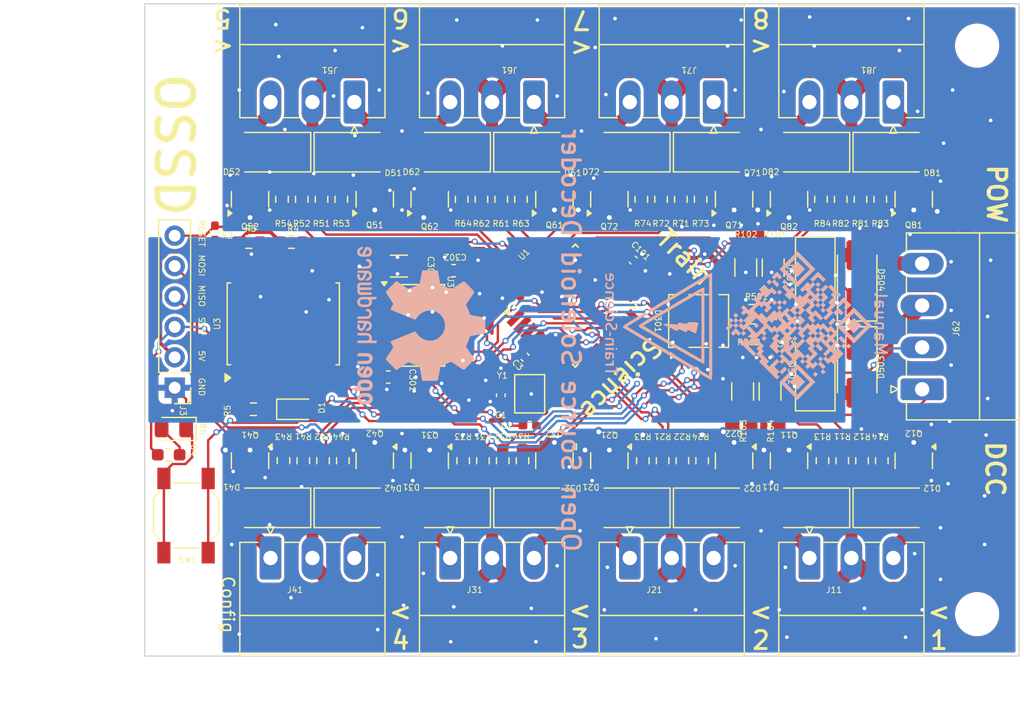
<source format=kicad_pcb>
(kicad_pcb (version 20240108) (generator "pcbnew") (generator_version "8.0")
  (layers (0 "F.Cu" signal) (31 "B.Cu" signal) (34 "B.Paste" user) (35 "F.Paste" user) (36 "B.SilkS" user "B.Silkscreen") (37 "F.SilkS" user "F.Silkscreen") (38 "B.Mask" user) (39 "F.Mask" user) (44 "Edge.Cuts" user))
  (net 0 "")
  (net 1 "GND")
  (net 2 "/uController/X1")
  (net 3 "/uController/X2")
  (net 4 "+5V")
  (net 5 "/DCC/DCC_B")
  (net 6 "Net-(D1-K)")
  (net 7 "/DCC/DCC_A")
  (net 8 "Net-(D4-A)")
  (net 9 "Net-(D11-A)")
  (net 10 "Net-(D12-A)")
  (net 11 "Net-(D21-A)")
  (net 12 "Net-(D22-A)")
  (net 13 "Net-(D31-A)")
  (net 14 "Net-(D32-A)")
  (net 15 "Net-(D41-A)")
  (net 16 "Net-(D42-A)")
  (net 17 "Net-(D51-A)")
  (net 18 "Net-(D52-A)")
  (net 19 "Net-(D61-A)")
  (net 20 "Net-(D62-A)")
  (net 21 "Net-(D71-A)")
  (net 22 "Net-(D72-A)")
  (net 23 "Net-(D81-A)")
  (net 24 "Net-(D82-A)")
  (net 25 "Net-(Q11-G)")
  (net 26 "Net-(Q12-G)")
  (net 27 "Net-(Q21-G)")
  (net 28 "Net-(Q22-G)")
  (net 29 "Net-(Q31-G)")
  (net 30 "Net-(Q32-G)")
  (net 31 "Net-(Q41-G)")
  (net 32 "Net-(Q42-G)")
  (net 33 "Net-(Q51-G)")
  (net 34 "Net-(Q52-G)")
  (net 35 "Net-(Q61-G)")
  (net 36 "Net-(Q62-G)")
  (net 37 "Net-(Q71-G)")
  (net 38 "Net-(Q72-G)")
  (net 39 "Net-(Q81-G)")
  (net 40 "Net-(Q82-G)")
  (net 41 "/uController/RESET")
  (net 42 "Net-(U3-EN)")
  (net 43 "/DCC/DCC_TTL")
  (net 44 "/uController/LED")
  (net 45 "Net-(SW1-A)")
  (net 49 "/POWER/Vcoils")
  (net 50 "/POWER/Vin1")
  (net 51 "/POWER/Vin2")
  (net 52 "/uController/GPIO6")
  (net 53 "/uController/GPIO3")
  (net 54 "/uController/GPIO2")
  (net 55 "/uController/GPIO1")
  (net 56 "/uController/GPIO8")
  (net 57 "/uController/GPIO7")
  (net 58 "/uController/GPIO10")
  (net 59 "/uController/GPIO9")
  (net 60 "/uController/GPIO12")
  (net 61 "/uController/GPIO11")
  (net 62 "/uController/GPIO14")
  (net 63 "/uController/GPIO13")
  (net 64 "/uController/GPIO16")
  (net 65 "/uController/GPIO15")
  (net 66 "/uController/GPIO5")
  (net 67 "/uController/GPIO4")
  (net 68 "/GND2")
  (net 69 "Net-(D301-+)")
  (net 70 "/POWER/coilVoltage")
  (footprint "LED_SMD:LED_0805_2012Metric_Pad1.15x1.40mm_HandSolder" (layer "F.Cu") (at 90.932 65.024 180)
    (property "Reference" "D4")
    (property "Value" "LED")
  )
  (footprint "Resistor_SMD:R_1206_3216Metric" (layer "F.Cu") (at 138.422 61.8945 90)
    (property "Reference" "R103")
    (property "Value" "0R1")
  )
  (footprint "Resistor_SMD:R_0603_1608Metric_Pad0.98x0.95mm_HandSolder" (layer "F.Cu") (at 133.389 67.6785 -90)
    (property "Reference" "R22")
    (property "Value" "~")
  )
  (footprint "Resistor_SMD:R_0603_1608Metric_Pad0.98x0.95mm_HandSolder" (layer "F.Cu") (at 133.262 45.8385 90)
    (property "Reference" "R71")
    (property "Value" "~")
  )
  (footprint "Resistor_SMD:R_0603_1608Metric_Pad0.98x0.95mm_HandSolder" (layer "F.Cu") (at 101.738 67.6785 -90)
    (property "Reference" "R41")
    (property "Value" "~")
  )
  (footprint "Diode_SMD:D_SMA" (layer "F.Cu") (at 151.151 41.9015)
    (property "Reference" "D81")
    (property "Value" "~")
  )
  (footprint "Diode_SMD:D_SMA" (layer "F.Cu") (at 144.4835 52.5 -90)
    (property "Reference" "D501")
    (property "Value" "SS53")
  )
  (footprint "Package_TO_SOT_SMD:SOT-23" (layer "F.Cu") (at 107.707 67.6785 -90)
    (property "Reference" "Q42")
    (property "Value" "~")
  )
  (footprint "Connector_Phoenix_MC:PhoenixContact_MC_1,5_4-G-3.5_1x04_P3.50mm_Horizontal" (layer "F.Cu") (at 153.4045 61.71 90)
    (property "Reference" "J62")
    (property "Value" "Screw_Terminal_01x04")
  )
  (footprint "custom_kicad_lib_sk:crystal_arduino" (layer "F.Cu") (at 120.642 62.087 -90)
    (property "Reference" "Y1")
    (property "Value" "Crystal_GND2")
  )
  (footprint "Package_TO_SOT_SMD:SOT-23" (layer "F.Cu") (at 127.293 67.6785 -90)
    (property "Reference" "Q21")
    (property "Value" "~")
  )
  (footprint "Resistor_SMD:R_0603_1608Metric_Pad0.98x0.95mm_HandSolder" (layer "F.Cu") (at 148.262 45.8385 90)
    (property "Reference" "R81")
    (property "Value" "~")
  )
  (footprint "Resistor_SMD:R_0603_1608Metric_Pad0.98x0.95mm_HandSolder" (layer "F.Cu") (at 131.738 67.6785 -90)
    (property "Reference" "R21")
    (property "Value" "~")
  )
  (footprint "Diode_SMD:D_SMA" (layer "F.Cu") (at 121.151 41.9015)
    (property "Reference" "D61")
    (property "Value" "~")
  )
  (footprint "Resistor_SMD:R_1206_3216Metric" (layer "F.Cu") (at 140.708 61.8945 90)
    (property "Reference" "R104")
    (property "Value" "0R1")
  )
  (footprint "custom_kicad_lib_sk:R_0603_smalltext" (layer "F.Cu") (at 139.192 55.148 180)
    (property "Reference" "R501")
    (property "Value" "47k")
  )
  (footprint "Package_TO_SOT_SMD:SOT-23" (layer "F.Cu") (at 137.707 45.8385 90)
    (property "Reference" "Q71")
    (property "Value" "~")
  )
  (footprint "custom_kicad_lib_sk:R_0603_smalltext" (layer "F.Cu") (at 97.192 49.411)
    (property "Reference" "R3")
    (property "Value" "10k")
  )
  (footprint "Diode_SMD:D_SMA" (layer "F.Cu") (at 113.849 71.6155 180)
    (property "Reference" "D31")
    (property "Value" "~")
  )
  (footprint "Resistor_SMD:R_0603_1608Metric_Pad0.98x0.95mm_HandSolder" (layer "F.Cu") (at 119.913 45.8385 90)
    (property "Reference" "R63")
    (property "Value" "~")
  )
  (footprint "Resistor_SMD:R_0603_1608Metric_Pad0.98x0.95mm_HandSolder" (layer "F.Cu") (at 103.389 67.6785 -90)
    (property "Reference" "R42")
    (property "Value" "~")
  )
  (footprint "Diode_SMD:D_SMA" (layer "F.Cu") (at 136.151 71.6155)
    (property "Reference" "D22")
    (property "Value" "~")
  )
  (footprint "Diode_SMD:D_SMA" (layer "F.Cu") (at 143.849 41.9015 180)
    (property "Reference" "D82")
    (property "Value" "~")
  )
  (footprint "Resistor_SMD:R_0603_1608Metric_Pad0.98x0.95mm_HandSolder" (layer "F.Cu") (at 146.738 67.6785 -90)
    (property "Reference" "R11")
    (property "Value" "~")
  )
  (footprint "Resistor_SMD:R_1206_3216Metric" (layer "F.Cu") (at 140.97 51.546 -90)
    (property "Reference" "R101")
    (property "Value" "0R1")
  )
  (footprint "Diode_SMD:D_SMA" (layer "F.Cu") (at 143.849 71.6155 180)
    (property "Reference" "D11")
    (property "Value" "~")
  )
  (footprint "custom_kicad_lib_sk:R_0603_smalltext" (layer "F.Cu") (at 97.573 63.381)
    (property "Reference" "R5")
    (property "Value" "1k5")
  )
  (footprint "Connector_Phoenix_MC:PhoenixContact_MC_1,5_3-G-3.5_1x03_P3.50mm_Horizontal" (layer "F.Cu") (at 121 37.7105 180)
    (property "Reference" "J61")
    (property "Value" "~")
  )
  (footprint "custom_kicad_lib_sk:R_0603_smalltext" (layer "F.Cu") (at 100.748 49.411)
    (property "Reference" "R4")
    (property "Value" "10k")
  )
  (footprint "Diode_SMD:D_SMA" (layer "F.Cu") (at 128.849 41.9015 180)
    (property "Reference" "D72")
    (property "Value" "~")
  )
  (footprint "Diode_SMD:D_SMA" (layer "F.Cu") (at 147.9835 60 -90)
    (property "Reference" "D503")
    (property "Value" "SS53")
  )
  (footprint "Resistor_SMD:R_0603_1608Metric_Pad0.98x0.95mm_HandSolder" (layer "F.Cu") (at 135.04 67.6785 -90)
    (property "Reference" "R24")
    (property "Value" "~")
  )
  (footprint "Diode_SMD:D_SMA" (layer "F.Cu") (at 106.151 41.9015)
    (property "Reference" "D51")
    (property "Value" "~")
  )
  (footprint "Connector_PinHeader_2.54mm:PinHeader_1x06_P2.54mm_Vertical" (layer "F.Cu") (at 91 61.58 180)
    (property "Reference" "J3")
    (property "Value" "ICSP")
  )
  (footprint "Resistor_SMD:R_0603_1608Metric_Pad0.98x0.95mm_HandSolder" (layer "F.Cu") (at 149.913 45.8385 90)
    (property "Reference" "R83")
    (property "Value" "~")
  )
  (footprint "Package_TO_SOT_SMD:SOT-23" (layer "F.Cu") (at 97.293 67.6785 -90)
    (property "Reference" "Q41")
    (property "Value" "~")
  )
  (footprint "Package_TO_SOT_SMD:SOT-23" (layer "F.Cu") (at 152.707 45.8385 90)
    (property "Reference" "Q81")
    (property "Value" "~")
  )
  (footprint "Resistor_SMD:R_0603_1608Metric_Pad0.98x0.95mm_HandSolder" (layer "F.Cu") (at 150.04 67.6785 -90)
    (property "Reference" "R14")
    (property "Value" "~")
  )
  (footprint "MountingHole:MountingHole_3.2mm_M3" (layer "F.Cu") (at 158 33)
    (property "Reference" "REF**" (hide yes))
    (property "Value" "MountingHole_3.2mm_M3")
  )
  (footprint "Capacitor_SMD:C_0402_1005Metric" (layer "F.Cu") (at 129.278 50.911 135)
    (property "Reference" "C101")
    (property "Value" "100nF")
  )
  (footprint "Resistor_SMD:R_0603_1608Metric_Pad0.98x0.95mm_HandSolder" (layer "F.Cu") (at 104.913 45.8385 90)
    (property "Reference" "R53")
    (property "Value" "~")
  )
  (footprint "Package_QFP:TQFP-32_7x7mm_P0.8mm" (layer "F.Cu") (at 124.452 54.721 45)
    (property "Reference" "U1")
    (property "Value" "ATmega328-A")
  )
  (footprint "Diode_SMD:D_SMA" (layer "F.Cu") (at 98.849 71.6155 180)
    (property "Reference" "D41")
    (property "Value" "~")
  )
  (footprint "MountingHole:MountingHole_3.2mm_M3" (layer "F.Cu") (at 92 33)
    (property "Reference" "REF**" (hide yes))
    (property "Value" "MountingHole_3.2mm_M3")
  )
  (footprint "Connector_Phoenix_MC:PhoenixContact_MC_1,5_3-G-3.5_1x03_P3.50mm_Horizontal" (layer "F.Cu") (at 129 75.8065)
    (property "Reference" "J21")
    (property "Value" "~")
  )
  (footprint "Resistor_SMD:R_0603_1608Metric_Pad0.98x0.95mm_HandSolder" (layer "F.Cu") (at 100.087 67.6785 -90)
    (property "Reference" "R43")
    (property "Value" "~")
  )
  (footprint "Resistor_SMD:R_0603_1608Metric_Pad0.98x0.95mm_HandSolder" (layer "F.Cu") (at 145.087 67.6785 -90)
    (property "Reference" "R13")
    (property "Value" "~")
  )
  (footprint "Resistor_SMD:R_0603_1608Metric_Pad0.98x0.95mm_HandSolder" (layer "F.Cu") (at 118.389 67.6785 -90)
    (property "Reference" "R32")
    (property "Value" "~")
  )
  (footprint "Capacitor_SMD:C_1206_3216Metric_Pad1.33x1.80mm_HandSolder" (layer "F.Cu") (at 109.72 51.419)
    (property "Reference" "C303")
    (property "Value" "100uF")
  )
  (footprint "Resistor_SMD:R_0603_1608Metric_Pad0.98x0.95mm_HandSolder" (layer "F.Cu") (at 90.5 67.183)
    (property "Reference" "R6")
    (property "Value" "6k2")
  )
  (footprint "Resistor_SMD:R_0603_1608Metric_Pad0.98x0.95mm_HandSolder" (layer "F.Cu") (at 130.087 67.6785 -90)
    (property "Reference" "R23")
    (property "Value" "~")
  )
  (footprint "Resistor_SMD:R_0603_1608Metric_Pad0.98x0.95mm_HandSolder" (layer "F.Cu") (at 101.611 45.8385 90)
    (property "Reference" "R52")
    (property "Value" "~")
  )
  (footprint "Diode_SMD:D_SMA" (layer "F.Cu") (at 147.9835 52.5 90)
    (property "Reference" "D504")
    (property "Value" "SS53")
  )
  (footprint "Resistor_SMD:R_0603_1608Metric_Pad0.98x0.95mm_HandSolder" (layer "F.Cu") (at 129.96 45.8385 90)
    (property "Reference" "R74")
    (property "Value" "~")
  )
  (footprint "Resistor_SMD:R_0603_1608Metric_Pad0.98x0.95mm_HandSolder" (layer "F.Cu") (at 105.04 67.6785 -90)
    (property "Reference" "R44")
    (property "Value" "~")
  )
  (footprint "Connector_Phoenix_MC:PhoenixContact_MC_1,5_3-G-3.5_1x03_P3.50mm_Horizontal" (layer "F.Cu") (at 144 75.8065)
    (property "Reference" "J11")
    (property "Value" "~")
  )
  (footprint "Resistor_SMD:R_0603_1608Metric_Pad0.98x0.95mm_HandSolder" (layer "F.Cu") (at 144.96 45.8385 90)
    (property "Reference" "R84")
    (property "Value" "~")
  )
  (footprint "Resistor_SMD:R_0603_1608Metric_Pad0.98x0.95mm_HandSolder" (layer "F.Cu") (at 99.96 45.8385 90)
    (property "Reference" "R54")
    (property "Value" "~")
  )
  (footprint "Resistor_SMD:R_0603_1608Metric_Pad0.98x0.95mm_HandSolder" (layer "F.Cu") (at 114.96 45.8385 90)
    (property "Reference" "R64")
    (property "Value" "~")
  )
  (footprint "Package_TO_SOT_SMD:SOT-23" (layer "F.Cu") (at 122.707 45.8385 90)
    (property "Reference" "Q61")
    (property "Value" "~")
  )
  (footprint "Resistor_SMD:R_0402_1005Metric_Pad0.72x0.64mm_HandSolder" (layer "F.Cu") (at 94.361 48.641 90)
    (property "Reference" "R2")
    (property "Value" "10k")
  )
  (footprint "Capacitor_SMD:C_0603_1608Metric_Pad1.08x0.95mm_HandSolder" (layer "F.Cu") (at 141.732 55.753 -90)
    (property "Reference" "C501")
    (property "Value" "100nF")
  )
  (footprint "Resistor_SMD:R_1206_3216Metric" (layer "F.Cu") (at 138.684 51.546 -90)
    (property "Reference" "R102")
    (property "Value" "0R1")
  )
  (footprint "Package_TO_SOT_SMD:SOT-23" (layer "F.Cu") (at 127.293 45.8385 90)
    (property "Reference" "Q72")
    (property "Value" "~")
  )
  (footprint "Package_TO_SOT_SMD:SOT-23" (layer "F.Cu") (at 97.293 45.8385 90)
    (property "Reference" "Q52")
    (property "Value" "~")
  )
  (footprint "Package_TO_SOT_SMD:SOT-23" (layer "F.Cu") (at 142.293 67.6785 -90)
    (property "Reference" "Q11")
    (property "Value" "~")
  )
  (footprint "MountingHole:MountingHole_3.2mm_M3" (layer "F.Cu") (at 92 80.5)
    (property "Reference" "REF**" (hide yes))
    (property "Value" "MountingHole_3.2mm_M3")
  )
  (footprint "Diode_SMD:D_SMA" (layer "F.Cu") (at 113.849 41.9015 180)
    (property "Reference" "D62")
    (property "Value" "~")
  )
  (footprint "Connector_Phoenix_MC:PhoenixContact_MC_1,5_3-G-3.5_1x03_P3.50mm_Horizontal" (layer "F.Cu") (at 99 75.8065)
    (property "Reference" "J41")
    (property "Value" "~")
  )
  (footprint "Resistor_SMD:R_0603_1608Metric_Pad0.98x0.95mm_HandSolder" (layer "F.Cu") (at 146.611 45.8385 90)
    (property "Reference" "R82")
    (property "Value" "~")
  )
  (footprint "Resistor_SMD:R_0603_1608Metric_Pad0.98x0.95mm_HandSolder" (layer "F.Cu") (at 116.611 45.8385 90)
    (property "Reference" "R62")
    (property "Value" "~")
  )
  (footprint "Package_TO_SOT_SMD:SOT-23" (layer "F.Cu") (at 152.707 67.6785 -90)
    (property "Reference" "Q12")
    (property "Value" "~")
  )
  (footprint "Diode_SMD:D_SMA" (layer "F.Cu") (at 121.151 71.6155)
    (property "Reference" "D32")
    (property "Value" "~")
  )
  (footprint "Resistor_SMD:R_0603_1608Metric_Pad0.98x0.95mm_HandSolder" (layer "F.Cu") (at 131.611 45.8385 90)
    (property "Reference" "R72")
    (property "Value" "~")
  )
  (footprint "Package_TO_SOT_SMD:SOT-23" (layer "F.Cu") (at 107.707 45.8385 90)
    (property "Reference" "Q51")
    (property "Value" "~")
  )
  (footprint "Connector_Phoenix_MC:PhoenixContact_MC_1,5_3-G-3.5_1x03_P3.50mm_Horizontal" (layer "F.Cu") (at 151 37.7105 180)
    (property "Reference" "J81")
    (property "Value" "~")
  )
  (footprint "Diode_SMD:D_SMA" (layer "F.Cu") (at 128.849 71.6155 180)
    (property "Reference" "D21")
    (property "Value" "~")
  )
  (footprint "custom_kicad_lib_sk:R_0603_smalltext" (layer "F.Cu") (at 139.192 56.769)
    (property "Reference" "R502")
    (property "Value" "10k")
  )
  (footprint "Package_TO_SOT_SMD:SOT-23" (layer "F.Cu") (at 142.293 45.8385 90)
    (property "Reference" "Q82")
    (property "Value" "~")
  )
  (footprint "Resistor_SMD:R_0603_1608Metric_Pad0.98x0.95mm_HandSolder" (layer "F.Cu") (at 103.262 45.8385 90)
    (property "Reference" "R51")
    (property "Value" "~")
  )
  (footprint "Resistor_SMD:R_0603_1608Metric_Pad0.98x0.95mm_HandSolder" (layer "F.Cu") (at 120.04 67.6785 -90)
    (property "Reference" "R34")
    (property "Value" "~")
  )
  (footprint "Capacitor_SMD:C_0402_1005Metric_Pad0.74x0.62mm_HandSolder" (layer "F.Cu") (at 120.642 64.754)
    (property "Reference" "C2")
    (property "Value" "12pF")
  )
  (footprint "Package_TO_SOT_SMD:SOT-23" (layer "F.Cu") (at 112.293 45.8385 90)
    (property "Reference" "Q62")
    (property "Value" "~")
  )
  (footprint "Package_TO_SOT_SMD:SOT-223-3_TabPin2" (layer "F.Cu") (at 111.625 56.372)
    (property "Reference" "U301")
    (property "Value" "AMS1117-5.0")
  )
  (footprint "Package_TO_SOT_SMD:SOT-23" (layer "F.Cu") (at 122.707 67.6785 -90)
    (property "Reference" "Q32")
    (property "Value" "~")
  )
  (footprint "Resistor_SMD:R_0603_1608Metric_Pad0.98x0.95mm_HandSolder" (layer "F.Cu") (at 148.389 67.6785 -90)
    (property "Reference" "R12")
    (property "Value" "~")
  )
  (footprint "Capacitor_SMD:C_0603_1608Metric_Pad1.08x0.95mm_HandSolder" (layer "F.Cu") (at 108.831 60.69)
    (property "Reference" "C301")
    (property "Value" "330nF")
  )
  (footprint "Diode_SMD:D_SMA" (layer "F.Cu") (at 98.849 41.9015 180)
    (property "Reference" "D52")
    (property "Value" "~")
  )
  (footprint "Diode_SMD:D_SMA" (layer "F.Cu") (at 136.151 41.9015)
    (property "Reference" "D71")
    (property "Value" "~")
  )
  (footprint "Capacitor_SMD:C_0402_1005Metric_Pad0.74x0.62mm_HandSolder" (layer "F.Cu") (at 118.229 62.214 90)
    (property "Reference" "C1")
    (property "Value" "12pF")
  )
  (footprint "Capacitor_SMD:C_0603_1608Metric_Pad1.08x0.95mm_HandSolder" (layer "F.Cu") (at 114.292 51.8 180)
    (property "Reference" "C302")
    (property "Value" "100nF")
  )
  (footprint "Diode_SMD:D_SMA" (layer "F.Cu") (at 151.151 71.6155)
    (property "Reference" "D12")
    (property "Value" "~")
  )
  (footprint "Connector_Phoenix_MC:PhoenixContact_MC_1,5_3-G-3.5_1x03_P3.50mm_Horizontal" (layer "F.Cu") (at 136 37.7105 180)
    (property "Reference" "J71")
    (property "Value" "~")
  )
  (footprint "Package_SO:SOP-8_6.62x9.15mm_P2.54mm" (layer "F.Cu") (at 100.068 56.245 90)
    (property "Reference" "U3")
    (property "Value" "6N137")
  )
  (footprint "Package_TO_SOT_SMD:TO-269AA" (layer "F.Cu") (at 134.747 56.007 90)
    (property "Reference" "D301")
    (property "Value" "MB10S")
  )
  (footprint "Package_TO_SOT_SMD:SOT-23" (layer "F.Cu") (at 137.707 67.6785 -90)
    (property "Reference" "Q22")
    (property "Value" "~")
  )
  (footprint "MountingHole:MountingHole_3.2mm_M3" (layer "F.Cu") (at 158 80.5)
    (property "Reference" "REF**" (hide yes))
    (property "Value" "MountingHole_3.2mm_M3")
  )
  (footprint "Capacitor_SMD:C_0402_1005Metric" (layer "F.Cu") (at 120.261 59.039 135)
    (property "Reference" "C3")
    (property "Value" "100nF")
  )
  (footprint "Connector_Phoenix_MC:PhoenixContact_MC_1,5_3-G-3.5_1x03_P3.50mm_Horizontal" (layer "F.Cu") (at 106 37.7105 180)
    (property "Reference" "J51")
    (property "Value" "~")
  )
  (footprint "Resistor_SMD:R_0603_1608Metric_Pad0.98x0.95mm_HandSolder" (layer "F.Cu") (at 118.262 45.8385 90)
    (property "Reference" "R61")
    (property "Value" "~")
  )
  (footprint "Connector_Phoenix_MC:PhoenixContact_MC_1,5_3-G-3.5_1x03_P3.50mm_Horizontal" (layer "F.Cu") (at 114 75.8065)
    (property "Reference" "J31")
    (property "Value" "~")
  )
  (footprint "Button_Switch_SMD:SW_SPST_SKQG_WithStem" (layer "F.Cu") (at 91.948 72.263 -90)
    (property "Reference" "SW1")
    (property "Value" "SW_SPST")
  )
  (footprint "Diode_SMD:D_SOD-323" (layer "F.Cu") (at 101.129 63.381)
    (property "Reference" "D1")
    (property "Value" "D")
  )
  (footprint "Resistor_SMD:R_0603_1608Metric_Pad0.98x0.95mm_HandSolder" (layer "F.Cu") (at 134.913 45.8385 90)
    (property "Reference" "R73")
    (property "Value" "~")
  )
  (footprint "Resistor_SMD:R_0603_1608Metric_Pad0.98x0.95mm_HandSolder" (layer "F.Cu") (at 116.738 67.6785 -90)
    (property "Reference" "R31")
    (property "Value" "~")
  )
  (footprint "Diode_SMD:D_SMA" (layer "F.Cu") (at 144.4835 60 90)
    (property "Reference" "D502")
    (property "Value" "SS53")
  )
  (footprint "Diode_SMD:D_SMA" (layer "F.Cu") (at 106.151 71.6155)
    (property "Reference" "D42")
    (property "Value" "~")
  )
  (footprint "Resistor_SMD:R_0603_1608Metric_Pad0.98x0.95mm_HandSolder" (layer "F.Cu") (at 115.087 67.6785 -90)
    (property "Reference" "R33")
    (property "Value" "~")
  )
  (footprint "Package_TO_SOT_SMD:SOT-23" (layer "F.Cu") (at 112.293 67.6785 -90)
    (property "Reference" "Q31")
    (property "Value" "~")
  )
  (footprint "custom_kicad_lib_sk:Train-Science logo small" (layer "B.Cu") (at 131.318 56.388 90)
    (property "Reference" "G***" (hide yes))
    (property "Value" "LOGO" (hide yes))
  )
  (footprint "custom_kicad_lib_sk:OSSD_QR" (layer "B.Cu") (at 143.002 56.388 135)
    (property "Reference" "G***" (hide yes))
    (property "Value" "LOGO" (hide yes))
  )
  (footprint "Symbol:OSHW-Logo2_14.6x12mm_SilkScreen" (layer "B.Cu") (at 111.379 56.388 90)
    (property "Reference" "REF**" (hide yes))
    (property "Value" "OSHW-Logo2_14.6x12mm_SilkScreen" (hide yes))
  )
  (gr_rect (start 88.5 29.5) (end 161.5 84) (stroke (width 0.1)) (fill none) (layer "Edge.Cuts"))
  (gr_text "Manual" (at 149.352 56.261 270) (layer "B.SilkS") (effects (font (size 1 1)) (justify bottom mirror)))
  (gr_text "Open Source Solenoid Decoder" (at 123.19 75.438 270) (layer "B.SilkS") (effects (font (size 1.5 1.5) (thickness 0.25) (bold yes)) (justify left bottom mirror)))
  (gr_text "<\n8" (at 139.954 29.845 180) (layer "F.SilkS") (effects (font (size 1.5 1.5) (thickness 0.25) (bold yes)) (justify bottom)))
  (gr_text "POW" (at 158.75 42.799 -90) (layer "F.SilkS") (effects (font (size 1.5 1.5) (thickness 0.3) (bold yes)) (justify left bottom)))
  (gr_text "RESET" (at 92.964 47.498 -90) (layer "F.SilkS") (effects (font (size 0.5 0.5) (thickness 0.075)) (justify left bottom)))
  (gr_text "<\n6" (at 109.855 29.845 180) (layer "F.SilkS") (effects (font (size 1.5 1.5) (thickness 0.25) (bold yes)) (justify bottom)))
  (gr_text "MOSI" (at 92.964 50.419 -90) (layer "F.SilkS") (effects (font (size 0.5 0.5) (thickness 0.075)) (justify left bottom)))
  (gr_text "SCK\n" (at 92.964 55.626 -90) (layer "F.SilkS") (effects (font (size 0.5 0.5) (thickness 0.075)) (justify left bottom)))
  (gr_text "<\n7" (at 124.968 29.972 180) (layer "F.SilkS") (effects (font (size 1.5 1.5) (thickness 0.25) (bold yes)) (justify bottom)))
  (gr_text "<\n4" (at 109.855 83.566 0) (layer "F.SilkS") (effects (font (size 1.5 1.5) (thickness 0.25) (bold yes)) (justify bottom)))
  (gr_text "<\n1" (at 154.813 83.566 0) (layer "F.SilkS") (effects (font (size 1.5 1.5) (thickness 0.25) (bold yes)) (justify bottom)))
  (gr_text "OSSD" (at 89.154 35.052 270) (layer "F.SilkS") (effects (font (size 3 3) (thickness 0.5) (bold yes)) (justify left bottom)))
  (gr_text "MISO" (at 92.964 52.959 -90) (layer "F.SilkS") (effects (font (size 0.5 0.5) (thickness 0.075)) (justify left bottom)))
  (gr_text "GND" (at 92.964 60.706 -90) (layer "F.SilkS") (effects (font (size 0.5 0.5) (thickness 0.075)) (justify left bottom)))
  (gr_text "DCC" (at 158.623 65.913 -90) (layer "F.SilkS") (effects (font (size 1.5 1.5) (thickness 0.3) (bold yes)) (justify left bottom)))
  (gr_text "Train" (at 132.969 51.308 315) (layer "F.SilkS") (effects (font (size 1.5 1.5) (thickness 0.25) (bold yes)) (justify bottom)))
  (gr_text "Science" (at 127.635 60.198 225) (layer "F.SilkS") (effects (font (size 1.5 1.5) (thickness 0.25) (bold yes)) (justify bottom)))
  (gr_text "<\n3" (at 124.841 83.439 0) (layer "F.SilkS") (effects (font (size 1.5 1.5) (thickness 0.25) (bold yes)) (justify bottom)))
  (gr_text "<\n2" (at 139.954 83.566 0) (layer "F.SilkS") (effects (font (size 1.5 1.5) (thickness 0.25) (bold yes)) (justify bottom)))
  (gr_text "<\n5" (at 94.996 29.845 180) (layer "F.SilkS") (effects (font (size 1.5 1.5) (thickness 0.25) (bold yes)) (justify bottom)))
  (gr_text "5V" (at 92.964 58.42 -90) (layer "F.SilkS") (effects (font (size 0.5 0.5) (thickness 0.075)) (justify left bottom)))
  (gr_text "Config" (at 94.869 77.216 -90) (layer "F.SilkS") (effects (font (size 1 1)) (justify left bottom)))
  (segment (start 118.5545 64.1985) (end 118.5545 63.9445) (width 0.2) (layer "F.Cu") (net 1))
  (segment (start 113.4295 51.8) (end 111.6635 51.8) (width 0.2) (layer "F.Cu") (net 1))
  (segment (start 119.692 63.187) (end 118.998 63.881) (width 0.2) (layer "F.Cu") (net 1))
  (segment (start 119.692 63.187) (end 120.776 62.103) (width 0.2) (layer "F.Cu") (net 1))
  (segment (start 137.16 51.943) (end 137.10371 51.99929) (width 0.4) (layer "F.Cu") (net 1))
  (segment (start 120.598268 56.877676) (end 119.921589 57.554355) (width 0.2) (layer "F.Cu") (net 1))
  (segment (start 130.048 50.546) (end 130.022411 50.571589) (width 0.2) (layer "F.Cu") (net 1))
  (segment (start 122.809 57.15) (end 122.588686 57.15) (width 0.2) (layer "F.Cu") (net 1))
  (segment (start 92.456 65.523) (end 91.957 65.024) (width 0.2) (layer "F.Cu") (net 1))
  (segment (start 130.581589 50.571589) (end 130.683 50.673) (width 0.2) (layer "F.Cu") (net 1))
  (segment (start 140.97 53.0085) (end 140.97 52.07) (width 0.4) (layer "F.Cu") (net 1))
  (segment (start 91.957 65.024) (end 91.957 62.537) (width 0.2) (layer "F.Cu") (net 1))
  (segment (start 118.618 64.262) (end 118.237 63.881) (width 0.2) (layer "F.Cu") (net 1))
  (segment (start 119.11 64.754) (end 120.0745 64.754) (width 0.2) (layer "F.Cu") (net 1))
  (segment (start 118.5545 63.9445) (end 118.618 63.881) (width 0.2) (layer "F.Cu") (net 1))
  (segment (start 118.998 63.881) (end 118.998 63.882) (width 0.2) (layer "F.Cu") (net 1))
  (segment (start 142.494 51.816) (end 142.367 51.943) (width 0.4) (layer "F.Cu") (net 1))
  (segment (start 118.999 64.262) (end 118.618 64.262) (width 0.2) (layer "F.Cu") (net 1))
  (segment (start 142.367 51.943) (end 138.684 51.943) (width 0.4) (layer "F.Cu") (net 1))
  (segment (start 119.692 63.187) (end 118.6345 63.187) (width 0.2) (layer "F.Cu") (net 1))
  (segment (start 119.692 64.3715) (end 120.0745 64.754) (width 0.2) (layer "F.Cu") (net 1))
  (segment (start 141.732 56.6155) (end 143.099 56.6155) (width 0.2) (layer "F.Cu") (net 1))
  (segment (start 90.098 68.671578) (end 90.811578 67.958) (width 0.2) (layer "F.Cu") (net 1))
  (segment (start 130.022411 50.571589) (end 128.938589 50.571589) (width 0.2) (layer "F.Cu") (net 1))
  (segment (start 143.099 56.6155) (end 144.4835 58) (width 0.2) (layer "F.Cu") (net 1))
  (segment (start 122.588686 57.15) (end 121.729639 58.009047) (width 0.2) (layer "F.Cu") (net 1))
  (segment (start 118.999 64.262) (end 118.999 63.88) (width 0.2) (layer "F.Cu") (net 1))
  (segment (start 140.97 52.07) (end 140.843 51.943) (width 0.4) (layer "F.Cu") (net 1))
  (segment (start 118.618 64.262) (end 118.5545 64.1985) (width 0.2) (layer "F.Cu") (net 1))
  (segment (start 91.957 62.537) (end 91 61.58) (width 0.2) (layer "F.Cu") (net 1))
  (segment (start 118.999 63.88) (end 119.692 63.187) (width 0.2) (layer "F.Cu") (net 1))
  (segment (start 119.921589 57.554355) (end 119.921589 58.699589) (width 0.2) (layer "F.Cu") (net 1))
  (segment (start 118.618 63.881) (end 118.237 63.881) (width 0.2) (layer "F.Cu") (net 1))
  (segment (start 135.636 50.673) (end 137.9715 53.0085) (width 0.2) (layer "F.Cu") (net 1))
  (segment (start 118.999 64.643) (end 118.618 64.262) (width 0.2) (layer "F.Cu") (net 1))
  (segment (start 135.001 50.673) (end 135.255 50.419) (width 0.2) (layer "F.Cu") (net 1))
  (segment (start 128.938589 50.571589) (end 128.035725 50.571589) (width 0.2) (layer "F.Cu") (net 1))
  (segment (start 120.776 62.103) (end 120.777 62.103) (width 0.2) (layer "F.Cu") (net 1))
  (segment (start 135.509 50.673) (end 135.636 50.673) (width 0.2) (layer "F.Cu") (net 1))
  (segment (start 91.891722 67.958) (end 92.456 67.393722) (width 0.2) (layer "F.Cu") (net 1))
  (segment (start 120.777 62.102) (end 121.592 61.287) (width 0.2) (layer "F.Cu") (net 1))
  (segment (start 138.684 53.0085) (end 138.684 51.943) (width 0.4) (layer "F.Cu") (net 1))
  (segment (start 130.073589 50.571589) (end 130.581589 50.571589) (width 0.2) (layer "F.Cu") (net 1))
  (segment (start 138.684 51.943) (end 137.16 51.943) (width 0.4) (layer "F.Cu") (net 1))
  (segment (start 120.777 62.103) (end 120.777 62.102) (width 0.2) (layer "F.Cu") (net 1))
  (segment (start 119.692 63.187) (end 119.692 64.3715) (width 0.2) (layer "F.Cu") (net 1))
  (segment (start 118.999 64.643) (end 118.999 64.262) (width 0.2) (layer "F.Cu") (net 1))
  (segment (start 90.811578 67.958) (end 91.891722 67.958) (width 0.2) (layer "F.Cu") (net 1))
  (segment (start 92.456 67.393722) (end 92.456 65.523) (width 0.2) (layer "F.Cu") (net 1))
  (segment (start 130.048 50.546) (end 130.073589 50.571589) (width 0.2) (layer "F.Cu") (net 1))
  (segment (start 130.683 50.673) (end 135.001 50.673) (width 0.2) (layer "F.Cu") (net 1))
  (segment (start 118.6345 63.187) (end 118.229 62.7815) (width 0.2) (layer "F.Cu") (net 1))
  (segment (start 119.921589 58.699589) (end 121.039097 58.699589) (width 0.2) (layer "F.Cu") (net 1))
  (segment (start 118.998 63.881) (end 118.618 63.881) (width 0.2) (layer "F.Cu") (net 1))
  (segment (start 135.255 50.419) (end 135.509 50.673) (width 0.2) (layer "F.Cu") (net 1))
  (segment (start 118.999 64.643) (end 119.11 64.754) (width 0.2) (layer "F.Cu") (net 1))
  (segment (start 118.998 63.882) (end 118.618 64.262) (width 0.2) (layer "F.Cu") (net 1))
  (segment (start 121.039097 58.699589) (end 121.729639 58.009047) (width 0.2) (layer "F.Cu") (net 1))
  (segment (start 90.098 75.363) (end 90.098 69.163) (width 0.2) (layer "F.Cu") (net 1))
  (segment (start 128.035725 50.571589) (end 127.174361 51.432953) (width 0.2) (layer "F.Cu") (net 1))
  (via (at 110.998 61.849) (size 0.5) (drill 0.3) (layers "F.Cu" "B.Cu") (net 1))
  (via (at 132.588 57.785) (size 0.5) (drill 0.3) (layers "F.Cu" "B.Cu") (net 1))
  (via (at 111.125 60.706) (size 0.5) (drill 0.3) (layers "F.Cu" "B.Cu") (net 1))
  (via (at 142.875 54.61) (size 0.5) (drill 0.3) (layers "F.Cu" "B.Cu") (net 1))
  (via (at 108.712 61.722) (size 0.5) (drill 0.3) (layers "F.Cu" "B.Cu") (net 1))
  (via (at 118.364 54.102) (size 0.5) (drill 0.3) (layers "F.Cu" "B.Cu") (net 1))
  (via (at 136.779 60.833) (size 0.5) (drill 0.3) (layers "F.Cu" "B.Cu") (net 1))
  (via (at 123.317 53.975) (size 0.5) (drill 0.3) (layers "F.Cu" "B.Cu") (net 1))
  (via (at 113.284 61.214) (size 0.5) (drill 0.3) (layers "F.Cu" "B.Cu") (net 1))
  (via (at 142.494 51.816) (size 0.5) (drill 0.3) (layers "F.Cu" "B.Cu") (net 1))
  (via (at 142.494 60.452) (size 0.5) (drill 0.3) (layers "F.Cu" "B.Cu") (net 1))
  (via (at 113.665 53.594) (size 0.5) (drill 0.3) (layers "F.Cu" "B.Cu") (net 1))
  (via (at 120.777 62.103) (size 0.5) (drill 0.3) (layers "F.Cu" "B.Cu") (net 1))
  (via (at 126.111 52.578) (size 0.5) (drill 0.3) (layers "F.Cu" "B.Cu") (net 1))
  (via (at 97.409 50.419) (size 0.5) (drill 0.3) (layers "F.Cu" "B.Cu") (net 1))
  (via (at 118.999 64.643) (size 0.5) (drill 0.3) (layers "F.Cu" "B.Cu") (net 1))
  (via (at 118.237 59.944) (size 0.5) (drill 0.3) (layers "F.Cu" "B.Cu") (net 1))
  (via (at 109.601 52.07) (size 0.5) (drill 0.3) (layers "F.Cu" "B.Cu") (net 1))
  (via (at 121.666 53.594) (size 0.5) (drill 0.3) (layers "F.Cu" "B.Cu") (net 1))
  (via (at 116.967 60.96) (size 0.5) (drill 0.3) (layers "F.Cu" "B.Cu") (net 1))
  (via (at 140.843 51.943) (size 0.5) (drill 0.3) (layers "F.Cu" "B.Cu") (net 1))
  (via (at 106.426 51.435) (size 0.5) (drill 0.3) (layers "F.Cu" "B.Cu") (net 1))
  (via (at 116.459 53.721) (size 0.5) (drill 0.3) (layers "F.Cu" "B.Cu") (net 1))
  (via (at 106.299 59.817) (size 0.5) (drill 0.3) (layers "F.Cu" "B.Cu") (net 1))
  (via (at 139.573 59.055) (size 0.5) (drill 0.3) (layers "F.Cu" "B.Cu") (net 1))
  (via (at 122.809 57.15) (size 0.5) (drill 0.3) (layers "F.Cu" "B.Cu") (net 1))
  (via (at 135.382 57.912) (size 0.5) (drill 0.3) (layers "F.Cu" "B.Cu") (net 1))
  (via (at 115.57 62.611) (size 0.5) (drill 0.3) (layers "F.Cu" "B.Cu") (net 1))
  (via (at 116.332 50.927) (size 0.5) (drill 0.3) (layers "F.Cu" "B.Cu") (net 1))
  (via (at 110.49 55.499) (size 0.5) (drill 0.3) (layers "F.Cu" "B.Cu") (net 1))
  (via (at 113.538 50.673) (size 0.5) (drill 0.3) (layers "F.Cu" "B.Cu") (net 1))
  (via (at 132.334 52.07) (size 0.5) (drill 0.3) (layers "F.Cu" "B.Cu") (net 1))
  (via (at 142.367 52.959) (size 0.5) (drill 0.3) (layers "F.Cu" "B.Cu") (net 1))
  (via (at 142.748 61.468) (size 0.5) (drill 0.3) (layers "F.Cu" "B.Cu") (net 1))
  (via (at 117.348 62.738) (size 0.5) (drill 0.3) (layers "F.Cu" "B.Cu") (net 1))
  (via (at 136.779 58.039) (size 0.5) (drill 0.3) (layers "F.Cu" "B.Cu") (net 1))
  (via (at 130.048 50.419) (size 0.5) (drill 0.3) (layers "F.Cu" "B.Cu") (net 1))
  (via (at 101.981 55.245) (size 0.5) (drill 0.3) (layers "F.Cu" "B.Cu") (net 1))
  (via (at 110.617 53.467) (size 0.5) (drill 0.3) (layers "F.Cu" "B.Cu") (net 1))
  (via (at 118.237 63.881) (size 0.5) (drill 0.3) (layers "F.Cu" "B.Cu") (net 1))
  (via (at 146.177 52.197) (size 0.5) (drill 0.3) (layers "F.Cu" "B.Cu") (net 1))
  (via (at 130.302 51.816) (size 0.5) (drill 0.3) (layers "F.Cu" "B.Cu") (net 1))
  (via (at 112.522 53.213) (size 0.5) (drill 0.3) (layers "F.Cu" "B.Cu") (net 1))
  (via (at 143.002 56.007) (size 0.5) (drill 0.3) (layers "F.Cu" "B.Cu") (net 1))
  (via (at 146.304 56.261) (size 0.5) (drill 0.3) (layers "F.Cu" "B.Cu") (net 1))
  (via (at 115.062 59.309) (size 0.5) (drill 0.3) (layers "F.Cu" "B.Cu") (net 1))
  (via (at 141.732 57.785) (size 0.5) (drill 0.3) (layers "F.Cu" "B.Cu") (net 1))
  (via (at 138.684 54.229) (size 0.5) (drill 0.3) (layers "F.Cu" "B.Cu") (net 1))
  (via (at 140.843 54.229) (size 0.5) (drill 0.3) (layers "F.Cu" "B.Cu") (net 1))
  (via (at 135.255 50.419) (size 0.5) (drill 0.3) (layers "F.Cu" "B.Cu") (net 1))
  (via (at 135.509 60.071) (size 0.5) (drill 0.3) (layers "F.Cu" "B.Cu") (net 1))
  (via (at 132.207 54.61) (size 0.5) (drill 0.3) (layers "F.Cu" "B.Cu") (net 1))
  (via (at 103.886 54.229) (size 0.5) (drill 0.3) (layers "F.Cu" "B.Cu") (net 1))
  (via (at 90.805 63.5) (size 0.5) (drill 0.3) (layers "F.Cu" "B.Cu") (net 1))
  (via (at 146.304 58.039) (size 0.5) (drill 0.3) (layers "F.Cu" "B.Cu") (net 1))
  (via (at 102.489 51.816) (size 0.5) (drill 0.3) (layers "F.Cu" "B.Cu") (net 1))
  (via (at 98.171 53.975) (size 0.5) (drill 0.3) (layers "F.Cu" "B.Cu") (net 1))
  (via (at 116.84 55.753) (size 0.5) (drill 0.3) (layers "F.Cu" "B.Cu") (net 1))
  (via (at 146.304 54.483) (size 0.5) (drill 0.3) (layers "F.Cu" "B.Cu") (net 1))
  (via (at 112.522 55.245) (size 0.5) (drill 0.3) (layers "F.Cu" "B.Cu") (net 1))
  (via (at 124.46 50.927) (size 0.5) (drill 0.3) (layers "F.Cu" "B.Cu") (net 1))
  (via (at 109.601 50.673) (size 0.5) (drill 0.3) (layers "F.Cu" "B.Cu") (net 1))
  (via (at 138.684 51.943) (size 0.5) (drill 0.3) (layers "F.Cu" "B.Cu") (net 1))
  (via (at 140.716 59.055) (size 0.5) (drill 0.3) (layers "F.Cu" "B.Cu") (net 1))
  (via (at 138.43 59.055) (size 0.5) (drill 0.3) (layers "F.Cu" "B.Cu") (net 1))
  (segment (start 119.0325 61.6465) (end 119.692 60.987) (width 0.2) (layer "F.Cu") (net 2))
  (segment (start 122.366555 59.634872) (end 121.189128 59.634872) (width 0.2) (layer "F.Cu") (net 2))
  (segment (start 118.229 61.6465) (end 119.0325 61.6465) (width 0.2) (layer "F.Cu") (net 2))
  (segment (start 121.189128 59.634872) (end 119.837 60.987) (width 0.2) (layer "F.Cu") (net 2))
  (segment (start 122.547 62.232) (end 122.547 60.585798) (width 0.2) (layer "F.Cu") (net 3))
  (segment (start 122.547 60.585798) (end 123.426695 59.706103) (width 0.2) (layer "F.Cu") (net 3))
  (segment (start 121.592 63.187) (end 122.547 62.232) (width 0.2) (layer "F.Cu") (net 3))
  (segment (start 121.2095 64.754) (end 121.2095 63.5695) (width 0.2) (layer "F.Cu") (net 3))
  (segment (start 107.125 52.67325) (end 107.125 55.309) (width 0.3) (layer "F.Cu") (net 4))
  (segment (start 123.571 57.299056) (end 123.571 57.023) (width 0.2) (layer "F.Cu") (net 4))
  (segment (start 97.1045 48.586) (end 96.2795 49.411) (width 0.3) (layer "F.Cu") (net 4))
  (segment (start 123.571 57.023) (end 123.143 56.595) (width 0.2) (layer "F.Cu") (net 4))
  (segment (start 96.2795 49.411) (end 93.948 49.411) (width 0.3) (layer "F.Cu") (net 4))
  (segment (start 117.073753 57.858742) (end 117.073753 57.256753) (width 0.2) (layer "F.Cu") (net 4))
  (segment (start 93.139 50.22) (end 90.496 50.22) (width 0.3) (layer "F.Cu") (net 4))
  (segment (start 127.920471 53.79015) (end 128.211277 53.79015) (width 0.2) (layer "F.Cu") (net 4))
  (segment (start 107.125 55.309) (end 108.188 56.372) (width 0.3) (layer "F.Cu") (net 4))
  (segment (start 114.775 56.372) (end 108.475 56.372) (width 0.3) (layer "F.Cu") (net 4))
  (segment (start 124.333 54.295) (end 124.968 53.66) (width 0.2) (layer "F.Cu") (net 4))
  (segment (start 98.917 56.372) (end 108.475 56.372) (width 0.2) (layer "F.Cu") (net 4))
  (segment (start 123.143 56.595) (end 122.170818 56.595) (width 0.2) (layer "F.Cu") (net 4))
  (segment (start 121.635184 59.234872) (end 122.295324 58.574732) (width 0.2) (layer "F.Cu") (net 4))
  (segment (start 122.295324 58.574732) (end 123.571 57.299056) (width 0.2) (layer "F.Cu") (net 4))
  (segment (start 124.333 57.785) (end 125.349 57.785) (width 0.2) (layer "F.Cu") (net 4))
  (segment (start 121.862314 56.745) (end 121.163953 57.443361) (width 0.2) (layer "F.Cu") (net 4))
  (segment (start 108.1575 51.64075) (end 107.125 52.67325) (width 0.3) (layer "F.Cu") (net 4))
  (segment (start 127.790321 53.66) (end 127.920471 53.79015) (width 0.2) (layer "F.Cu") (net 4))
  (segment (start 115.1545 51.8) (end 115.1545 55.9925) (width 0.3) (layer "F.Cu") (net 4))
  (segment (start 89.8 57.84) (end 91 59.04) (width 0.3) (layer "F.Cu") (net 4))
  (segment (start 96.258 51.72) (end 96.258 49.4325) (width 0.3) (layer "F.Cu") (net 4))
  (segment (start 123.571 57.023) (end 124.333 57.785) (width 0.2) (layer "F.Cu") (net 4))
  (segment (start 124.968 53.66) (end 127.790321 53.66) (width 0.2) (layer "F.Cu") (net 4))
  (segment (start 99.0105 48.586) (end 97.1045 48.586) (width 0.3) (layer "F.Cu") (net 4))
  (segment (start 93.139 50.22) (end 93.948 49.411) (width 0.3) (layer "F.Cu") (net 4))
  (segment (start 89.8 50.916) (end 89.8 57.84) (width 0.3) (layer "F.Cu") (net 4))
  (segment (start 90.496 50.22) (end 89.8 50.916) (width 0.3) (layer "F.Cu") (net 4))
  (segment (start 117.073753 57.256753) (end 116.189 56.372) (width 0.2) (layer "F.Cu") (net 4))
  (segment (start 118.941411 59.378411) (end 118.591252 59.028252) (width 0.2) (layer "F.Cu") (net 4))
  (segment (start 122.170818 56.595) (end 122.020818 56.745) (width 0.2) (layer "F.Cu") (net 4))
  (segment (start 99.8355 49.411) (end 99.0105 48.586) (width 0.3) (layer "F.Cu") (net 4))
  (segment (start 120.74395 59.234872) (end 121.635184 59.234872) (width 0.2) (layer "F.Cu") (net 4))
  (segment (start 96.258 53.713) (end 98.917 56.372) (width 0.2) (layer "F.Cu") (net 4))
  (segment (start 120.600411 59.378411) (end 118.941411 59.378411) (width 0.2) (layer "F.Cu") (net 4))
  (segment (start 122.020818 56.745) (end 121.862314 56.745) (width 0.2) (layer "F.Cu") (net 4))
  (segment (start 116.189 56.372) (end 114.775 56.372) (width 0.2) (layer "F.Cu") (net 4))
  (segment (start 96.258 51.72) (end 96.258 53.713) (width 0.2) (layer "F.Cu") (net 4))
  (segment (start 128.211277 53.79015) (end 128.871417 53.13001) (width 0.2) (layer "F.Cu") (net 4))
  (via (at 125.349 57.785) (size 0.5) (drill 0.3) (layers "F.Cu" "B.Cu") (net 4))
  (via (at 124.333 54.295) (size 0.5) (drill 0.3) (layers "F.Cu" "B.Cu") (net 4))
  (via (at 117.073753 57.858742) (size 0.5) (drill 0.3) (layers "F.Cu" "B.Cu") (net 4))
  (via (at 118.591252 59.028252) (size 0.5) (drill 0.3) (layers "F.Cu" "B.Cu") (net 4))
  (segment (start 125.994818 57.785) (end 125.349 57.785) (width 0.2) (layer "B.Cu") (net 4))
  (segment (start 125.937 56.595) (end 126.084818 56.595) (width 0.2) (layer "B.Cu") (net 4))
  (segment (start 126.407 57.372818) (end 125.994818 57.785) (width 0.2) (layer "B.Cu") (net 4))
  (segment (start 126.407 56.917182) (end 126.407 57.372818) (width 0.2) (layer "B.Cu") (net 4))
  (segment (start 117.421742 57.858742) (end 117.073753 57.858742) (width 0.2) (layer "B.Cu") (net 4))
  (segment (start 124.333 54.991) (end 125.937 56.595) (width 0.2) (layer "B.Cu") (net 4))
  (segment (start 124.333 54.295) (end 124.333 54.991) (width 0.2) (layer "B.Cu") (net 4))
  (segment (start 126.084818 56.595) (end 126.407 56.917182) (width 0.2) (layer "B.Cu") (net 4))
  (segment (start 118.591252 59.028252) (end 117.421742 57.858742) (width 0.2) (layer "B.Cu") (net 4))
  (segment (start 143.460372 63.843) (end 152.403 63.843) (width 0.2) (layer "F.Cu") (net 5))
  (segment (start 143.104 62.899385) (end 141.799615 61.595) (width 0.2) (layer "F.Cu") (net 5))
  (segment (start 143.104 63.486628) (end 143.104 62.899385) (width 0.2) (layer "F.Cu") (net 5))
  (segment (start 108.158686 64.365) (end 107.23 64.365) (width 0.2) (layer "F.Cu") (net 5))
  (segment (start 130.927066 62.364909) (end 130.204353 63.087622) (width 0.2) (layer "F.Cu") (net 5))
  (segment (start 107.23 64.365) (end 106.68 63.815) (width 0.2) (layer "F.Cu") (net 5))
  (segment (start 102.179 63.381) (end 103.21381 63.381) (width 0.2) (layer "F.Cu") (net 5))
  (segment (start 103.21381 63.381) (end 104.125405 62.469405) (width 0.2) (layer "F.Cu") (net 5))
  (segment (start 154.551 61.695) (end 152.403 63.843) (width 0.2) (layer "F.Cu") (net 5))
  (segment (start 113.788818 64.065) (end 108.458686 64.065) (width 0.2) (layer "F.Cu") (net 5))
  (segment (start 114.366818 64.643) (end 113.788818 64.065) (width 0.2) (layer "F.Cu") (net 5))
  (segment (start 108.458686 64.065) (end 108.158686 64.365) (width 0.2) (layer "F.Cu") (net 5))
  (segment (start 133.088091 62.364909) (end 130.927066 62.364909) (width 0.2) (layer "F.Cu") (net 5))
  (segment (start 134.454 61.595) (end 134.366 61.507) (width 0.2) (layer "F.Cu") (net 5))
  (segment (start 134.366 60.325) (end 134.366 53.975) (width 0.2) (layer "F.Cu") (net 5))
  (segment (start 116.459 64.643) (end 114.366818 64.643) (width 0.2) (layer "F.Cu") (net 5))
  (segment (start 101.338 62.54) (end 102.179 63.381) (width 0.3) (layer "F.Cu") (net 5))
  (segment (start 116.84 65.024) (end 116.459 64.643) (width 0.2) (layer "F.Cu") (net 5))
  (segment (start 134.454 61.595) (end 141.799615 61.595) (width 0.2) (layer "F.Cu") (net 5))
  (segment (start 101.338 60.77) (end 101.338 62.54) (width 0.3) (layer "F.Cu") (net 5))
  (segment (start 143.460372 63.843) (end 143.104 63.486628) (width 0.2) (layer "F.Cu") (net 5))
  (segment (start 134.366 53.975) (end 133.477 53.086) (width 0.2) (layer "F.Cu") (net 5))
  (via (at 130.204353 63.087622) (size 0.5) (drill 0.3) (layers "F.Cu" "B.Cu") (net 5))
  (via (at 104.125405 62.469405) (size 0.5) (drill 0.3) (layers "F.Cu" "B.Cu") (net 5))
  (via (at 134.366 61.507) (size 0.5) (drill 0.3) (layers "F.Cu" "B.Cu") (net 5))
  (via (at 106.68 63.815) (size 0.5) (drill 0.3) (layers "F.Cu" "B.Cu") (net 5))
  (via (at 134.366 60.325) (size 0.5) (drill 0.3) (layers "F.Cu" "B.Cu") (net 5))
  (via (at 133.088091 62.364909) (size 0.5) (drill 0.3) (layers "F.Cu" "B.Cu") (net 5))
  (via (at 116.84 65.024) (size 0.5) (drill 0.3) (layers "F.Cu" "B.Cu") (net 5))
  (segment (start 104.125405 62.469405) (end 104.394 62.738) (width 0.2) (layer "B.Cu") (net 5))
  (segment (start 105.603 62.738) (end 106.68 63.815) (width 0.2) (layer "B.Cu") (net 5))
  (segment (start 117.3005 65.4845) (end 116.84 65.024) (width 0.2) (layer "B.Cu") (net 5))
  (segment (start 123.671818 64.3545) (end 122.951364 64.3545) (width 0.2) (layer "B.Cu") (net 5))
  (segment (start 123.862161 64.544843) (end 123.671818 64.3545) (width 0.2) (layer "B.Cu") (net 5))
  (segment (start 117.697318 65.4845) (end 117.3005 65.4845) (width 0.2) (layer "B.Cu") (net 5))
  (segment (start 134.366 61.507) (end 134.366 60.325) (width 0.2) (layer "B.Cu") (net 5))
  (segment (start 134.366 61.507) (end 133.946 61.507) (width 0.2) (layer "B.Cu") (net 5))
  (segment (start 128.622157 64.544843) (end 123.862161 64.544843) (width 0.2) (layer "B.Cu") (net 5))
  (segment (start 118.360818 66.148) (end 117.697318 65.4845) (width 0.2) (layer "B.Cu") (net 5))
  (segment (start 121.157864 66.148) (end 118.360818 66.148) (width 0.2) (layer "B.Cu") (net 5))
  (segment (start 133.946 61.507) (end 133.088091 62.364909) (width 0.2) (layer "B.Cu") (net 5))
  (segment (start 130.079378 63.087622) (end 128.622157 64.544843) (width 0.2) (layer "B.Cu") (net 5))
  (segment (start 104.394 62.738) (end 105.603 62.738) (width 0.2) (layer "B.Cu") (net 5))
  (segment (start 130.204353 63.087622) (end 130.079378 63.087622) (width 0.2) (layer "B.Cu") (net 5))
  (segment (start 122.951364 64.3545) (end 121.157864 66.148) (width 0.2) (layer "B.Cu") (net 5))
  (segment (start 98.679 62.595) (end 98.679 60.889) (width 0.3) (layer "F.Cu") (net 6))
  (segment (start 100.079 62.868) (end 98.798 61.587) (width 0.3) (layer "F.Cu") (net 6))
  (segment (start 98.4855 62.7885) (end 98.679 62.595) (width 0.3) (layer "F.Cu") (net 6))
  (segment (start 100.079 63.381) (end 100.079 62.868) (width 0.3) (layer "F.Cu") (net 6))
  (segment (start 98.4855 63.381) (end 98.4855 62.7885) (width 0.3) (layer "F.Cu") (net 6))
  (segment (start 116.728257 64.163416) (end 114.45292 64.163416) (width 0.2) (layer "F.Cu") (net 7))
  (segment (start 138.049 58.42) (end 135.524058 60.944942) (width 0.2) (layer "F.Cu") (net 7))
  (segment (start 149.352 59.69) (end 149.352 59.817) (width 0.2) (layer "F.Cu") (net 7))
  (segment (start 134.916 60.706) (end 134.916 59.84) (width 0.2) (layer "F.Cu") (net 7))
  (segment (start 130.175 62.23) (end 130.611591 61.793409) (width 0.2) (layer "F.Cu") (net 7))
  (segment (start 113.954504 63.665) (end 108.293 63.665) (width 0.2) (layer "F.Cu") (net 7))
  (segment (start 149.352 59.817) (end 148.844 60.325) (width 0.2) (layer "F.Cu") (net 7))
  (segment (start 135.524058 60.944942) (end 135.128 60.944942) (width 0.2) (layer "F.Cu") (net 7))
  (segment (start 104.123576 59.182) (end 98.552424 59.182) (width 0.2) (layer "F.Cu") (net 7))
  (segment (start 108.143 63.815) (end 107.635 63.815) (width 0.2) (layer "F.Cu") (net 7))
  (segment (start 133.789447 60.944942) (end 134.62 60.944942) (width 0.2) (layer "F.Cu") (net 7))
  (segment (start 134.916 60.732942) (end 135.128 60.944942) (width 0.2) (layer "F.Cu") (net 7))
  (segment (start 108.293 63.665) (end 108.143 63.815) (width 0.2) (layer "F.Cu") (net 7))
  (segment (start 135.128 60.944942) (end 134.874 60.944942) (width 0.2) (layer "F.Cu") (net 7))
  (segment (start 141.859 58.42) (end 138.049 58.42) (width 0.2) (layer "F.Cu") (net 7))
  (segment (start 104.639788 59.698212) (end 104.123576 59.182) (width 0.2) (layer "F.Cu") (net 7))
  (segment (start 134.874 60.944942) (end 134.916 60.902942) (width 0.2) (layer "F.Cu") (net 7))
  (segment (start 98.173 61.8685) (end 96.6605 63.381) (width 0.2) (layer "F.Cu") (net 7))
  (segment (start 98.552424 59.182) (end 98.173 59.561424) (width 0.2) (layer "F.Cu") (net 7))
  (segment (start 134.916 59.84) (end 134.766 59.69) (width 0.2) (layer "F.Cu") (net 7))
  (segment (start 114.45292 64.163416) (end 113.954504 63.665) (width 0.2) (layer "F.Cu") (net 7))
  (segment (start 105.959589 61.915) (end 105.857 61.915) (width 0.2) (layer "F.Cu") (net 7))
  (segment (start 134.916 60.706) (end 134.916 60.732942) (width 0.2) (layer "F.Cu") (net 7))
  (segment (start 130.611591 61.793409) (end 132.516591 61.793409) (width 0.2) (layer "F.Cu") (net 7))
  (segment (start 148.844 60.325) (end 143.764 60.325) (width 0.2) (layer "F.Cu") (net 7))
  (segment (start 134.677058 60.944942) (end 134.916 60.706) (width 0.2) (layer "F.Cu") (net 7))
  (segment (start 134.62 60.944942) (end 134.874 60.944942) (width 0.2) (layer "F.Cu") (net 7))
  (segment (start 134.62 60.944942) (end 134.677058 60.944942) (width 0.2) (layer "F.Cu") (net 7))
  (segment (start 134.766 59.69) (end 134.766 54.337) (width 0.2) (layer "F.Cu") (net 7))
  (segment (start 143.764 60.325) (end 141.859 58.42) (width 0.2) (layer "F.Cu") (net 7))
  (segment (start 134.766 54.337) (end 136.017 53.086) (width 0.2) (layer "F.Cu") (net 7))
  (segment (start 134.916 60.902942) (end 134.916 60.706) (width 0.2) (layer "F.Cu") (net 7))
  (segment (start 105.857 61.915) (end 104.639788 60.697788) (width 0.2) (layer "F.Cu") (net 7))
  (segment (start 98.173 59.561424) (end 98.173 61.8685) (width 0.2) (layer "F.Cu") (net 7))
  (segment (start 104.639788 60.697788) (end 104.639788 59.698212) (width 0.2) (layer "F.Cu") (net 7))
  (via (at 105.959589 61.915) (size 0.5) (drill 0.3) (layers "F.Cu" "B.Cu") (net 7))
  (via (at 132.516591 61.793409) (size 0.5) (drill 0.3) (layers "F.Cu" "B.Cu") (net 7))
  (via (at 133.789447 60.944942) (size 0.5) (drill 0.3) (layers "F.Cu" "B.Cu") (net 7))
  (via (at 116.728257 64.163416) (size 0.5) (drill 0.3) (layers "F.Cu" "B.Cu") (net 7))
  (via (at 149.352 59.69) (size 0.5) (drill 0.3) (layers "F.Cu" "B.Cu") (net 7))
  (via (at 130.175 62.23) (size 0.5) (drill 0.3) (layers "F.Cu" "B.Cu") (net 7))
  (via (at 107.635 63.815) (size 0.5) (drill 0.3) (layers "F.Cu" "B.Cu") (net 7))
  (segment (start 128.456471 64.144843) (end 129.667 62.934314) (width 0.2) (layer "B.Cu") (net 7))
  (segment (start 117.038841 64.474) (end 117.363686 64.474) (width 0.2) (layer "B.Cu") (net 7))
  (segment (start 120.992178 65.748) (end 122.785678 63.9545) (width 0.2) (layer "B.Cu") (net 7))
  (segment (start 122.785678 63.9545) (end 123.837503 63.9545) (width 0.2) (layer "B.Cu") (net 7))
  (segment (start 132.94098 61.793409) (end 133.789447 60.944942) (width 0.2) (layer "B.Cu") (net 7))
  (segment (start 124.027846 64.144843) (end 128.456471 64.144843) (width 0.2) (layer "B.Cu") (net 7))
  (segment (start 105.959589 62.144589) (end 105.959589 61.915) (width 0.2) (layer "B.Cu") (net 7))
  (segment (start 129.667 62.738) (end 130.175 62.23) (width 0.2) (layer "B.Cu") (net 7))
  (segment (start 117.363686 64.474) (end 118.637686 65.748) (width 0.2) (layer "B.Cu") (net 7))
  (segment (start 150.749 58.293) (end 153.982 58.293) (width 0.2) (layer "B.Cu") (net 7))
  (segment (start 116.728257 64.163416) (end 117.038841 64.474) (width 0.2) (layer "B.Cu") (net 7))
  (segment (start 129.667 62.934314) (end 129.667 62.738) (width 0.2) (layer "B.Cu") (net 7))
  (segment (start 123.837503 63.9545) (end 124.027846 64.144843) (width 0.2) (layer "B.Cu") (net 7))
  (segment (start 132.516591 61.793409) (end 132.94098 61.793409) (width 0.2) (layer "B.Cu") (net 7))
  (segment (start 118.637686 65.748) (end 120.992178 65.748) (width 0.2) (layer "B.Cu") (net 7))
  (segment (start 107.63 63.815) (end 105.959589 62.144589) (width 0.2) (layer "B.Cu") (net 7))
  (segment (start 107.635 63.815) (end 107.63 63.815) (width 0.2) (layer "B.Cu") (net 7))
  (segment (start 149.352 59.69) (end 150.749 58.293) (width 0.2) (layer "B.Cu") (net 7))
  (segment (start 91.4125 66.5295) (end 91.4125 67.183) (width 0.2) (layer "F.Cu") (net 8))
  (segment (start 89.907 65.024) (end 91.4125 66.5295) (width 0.2) (layer "F.Cu") (net 8))
  (segment (start 141.849 73.0765) (end 144 75.2275) (width 1) (layer "F.Cu") (net 9))
  (segment (start 142.293 71.1715) (end 141.849 71.6155) (width 1) (layer "F.Cu") (net 9))
  (segment (start 141.849 71.6155) (end 141.849 73.0765) (width 1) (layer "F.Cu") (net 9))
  (segment (start 142.293 68.616) (end 142.293 71.1715) (width 1) (layer "F.Cu") (net 9))
  (segment (start 153.151 71.6155) (end 153.151 72.8225) (width 1) (layer "F.Cu") (net 10))
  (segment (start 152.707 68.616) (end 152.707 71.1715) (width 1) (layer "F.Cu") (net 10))
  (segment (start 153.151 72.8225) (end 151 74.9735) (width 1) (layer "F.Cu") (net 10))
  (segment (start 152.707 71.1715) (end 153.151 71.6155) (width 1) (layer "F.Cu") (net 10))
  (segment (start 126.849 71.6155) (end 126.849 73.0765) (width 1) (layer "F.Cu") (net 11))
  (segment (start 126.849 73.0765) (end 129 75.2275) (width 1) (layer "F.Cu") (net 11))
  (segment (start 127.293 71.1715) (end 126.849 71.6155) (width 1) (layer "F.Cu") (net 11))
  (segment (start 127.293 68.616) (end 127.293 71.1715) (width 1) (layer "F.Cu") (net 11))
  (segment (start 138.151 71.6155) (end 138.151 72.8225) (width 1) (layer "F.Cu") (net 12))
  (segment (start 138.151 72.8225) (end 136 74.9735) (width 1) (layer "F.Cu") (net 12))
  (segment (start 137.707 71.1715) (end 138.151 71.6155) (width 1) (layer "F.Cu") (net 12))
  (segment (start 137.707 68.616) (end 137.707 71.1715) (width 1) (layer "F.Cu") (net 12))
  (segment (start 112.293 71.1715) (end 111.849 71.6155) (width 1) (layer "F.Cu") (net 13))
  (segment (start 112.293 68.616) (end 112.293 71.1715) (width 1) (layer "F.Cu") (net 13))
  (segment (start 111.849 71.6155) (end 111.849 73.0765) (width 1) (layer "F.Cu") (net 13))
  (segment (start 111.849 73.0765) (end 114 75.2275) (width 1) (layer "F.Cu") (net 13))
  (segment (start 123.151 72.8225) (end 121 74.9735) (width 1) (layer "F.Cu") (net 14))
  (segment (start 122.707 68.616) (end 122.707 71.1715) (width 1) (layer "F.Cu") (net 14))
  (segment (start 123.151 71.6155) (end 123.151 72.8225) (width 1) (layer "F.Cu") (net 14))
  (segment (start 122.707 71.1715) (end 123.151 71.6155) (width 1) (layer "F.Cu") (net 14))
  (segment (start 96.849 73.0765) (end 99 75.2275) (width 1) (layer "F.Cu") (net 15))
  (segment (start 97.293 71.1715) (end 96.849 71.6155) (width 1) (layer "F.Cu") (net 15))
  (segment (start 97.293 68.616) (end 97.293 71.1715) (width 1) (layer "F.Cu") (net 15))
  (segment (start 96.849 71.6155) (end 96.849 73.0765) (width 1) (layer "F.Cu") (net 15))
  (segment (start 107.707 68.616) (end 107.707 71.1715) (width 1) (layer "F.Cu") (net 16))
  (segment (start 107.707 71.1715) (end 108.151 71.6155) (width 1) (layer "F.Cu") (net 16))
  (segment (start 108.151 71.6155) (end 108.151 72.8225) (width 1) (layer "F.Cu") (net 16))
  (segment (start 108.151 72.8225) (end 106 74.9735) (width 1) (layer "F.Cu") (net 16))
  (segment (start 107.707 42.3455) (end 108.151 41.9015) (width 1) (layer "F.Cu") (net 17))
  (segment (start 108.151 40.4405) (end 106 38.2895) (width 1) (layer "F.Cu") (net 17))
  (segment (start 107.707 44.901) (end 107.707 42.3455) (width 1) (layer "F.Cu") (net 17))
  (segment (start 108.151 41.9015) (end 108.151 40.4405) (width 1) (layer "F.Cu") (net 17))
  (segment (start 96.849 41.9015) (end 96.849 40.6945) (width 1) (layer "F.Cu") (net 18))
  (segment (start 97.293 42.3455) (end 96.849 41.9015) (width 1) (layer "F.Cu") (net 18))
  (segment (start 96.849 40.6945) (end 99 38.5435) (width 1) (layer "F.Cu") (net 18))
  (segment (start 97.293 44.901) (end 97.293 42.3455) (width 1) (layer "F.Cu") (net 18))
  (segment (start 123.151 40.4405) (end 121 38.2895) (width 1) (layer "F.Cu") (net 19))
  (segment (start 122.707 42.3455) (end 123.151 41.9015) (width 1) (layer "F.Cu") (net 19))
  (segment (start 122.707 44.901) (end 122.707 42.3455) (width 1) (layer "F.Cu") (net 19))
  (segment (start 123.151 41.9015) (end 123.151 40.4405) (width 1) (layer "F.Cu") (net 19))
  (segment (start 111.849 41.9015) (end 111.849 40.6945) (width 1) (layer "F.Cu") (net 20))
  (segment (start 112.293 42.3455) (end 111.849 41.9015) (width 1) (layer "F.Cu") (net 20))
  (segment (start 112.293 44.901) (end 112.293 42.3455) (width 1) (layer "F.Cu") (net 20))
  (segment (start 111.849 40.6945) (end 114 38.5435) (width 1) (layer "F.Cu") (net 20))
  (segment (start 137.707 42.3455) (end 138.151 41.9015) (width 1) (layer "F.Cu") (net 21))
  (segment (start 138.151 41.9015) (end 138.151 40.4405) (width 1) (layer "F.Cu") (net 21))
  (segment (start 137.707 44.901) (end 137.707 42.3455) (width 1) (layer "F.Cu") (net 21))
  (segment (start 138.151 40.4405) (end 136 38.2895) (width 1) (layer "F.Cu") (net 21))
  (segment (start 126.849 41.9015) (end 126.849 40.6945) (width 1) (layer "F.Cu") (net 22))
  (segment (start 126.849 40.6945) (end 129 38.5435) (width 1) (layer "F.Cu") (net 22))
  (segment (start 127.293 44.901) (end 127.293 42.3455) (width 1) (layer "F.Cu") (net 22))
  (segment (start 127.293 42.3455) (end 126.849 41.9015) (width 1) (layer "F.Cu") (net 22))
  (segment (start 153.151 41.9015) (end 153.151 40.4405) (width 1) (layer "F.Cu") (net 23))
  (segment (start 152.707 44.901) (end 152.707 42.3455) (width 1) (layer "F.Cu") (net 23))
  (segment (start 152.707 42.3455) (end 153.151 41.9015) (width 1) (layer "F.Cu") (net 23))
  (segment (start 153.151 40.4405) (end 151 38.2895) (width 1) (layer "F.Cu") (net 23))
  (segment (start 142.293 42.3455) (end 141.849 41.9015) (width 1) (layer "F.Cu") (net 24))
  (segment (start 141.849 41.9015) (end 141.849 40.6945) (width 1) (layer "F.Cu") (net 24))
  (segment (start 141.849 40.6945) (end 144 38.5435) (width 1) (layer "F.Cu") (net 24))
  (segment (start 142.293 44.901) (end 142.293 42.3455) (width 1) (layer "F.Cu") (net 24))
  (segment (start 145.087 68.591) (end 144.2215 68.591) (width 0.2) (layer "F.Cu") (net 25))
  (segment (start 143.243 67.6125) (end 143.243 66.741) (width 0.2) (layer "F.Cu") (net 25))
  (segment (start 144.2215 68.591) (end 143.243 67.6125) (width 0.2) (layer "F.Cu") (net 25))
  (segment (start 145.087 68.591) (end 146.738 68.591) (width 0.2) (layer "F.Cu") (net 25))
  (segment (start 151.285052 68.591) (end 150.04 68.591) (width 0.2) (layer "F.Cu") (net 26))
  (segment (start 150.04 68.591) (end 148.389 68.591) (width 0.2) (layer "F.Cu") (net 26))
  (segment (start 153.657 66.741) (end 153.135052 66.741) (width 0.2) (layer "F.Cu") (net 26))
  (segment (start 153.135052 66.741) (end 151.285052 68.591) (width 0.2) (layer "F.Cu") (net 26))
  (segment (start 128.243 67.6125) (end 128.243 66.741) (width 0.2) (layer "F.Cu") (net 27))
  (segment (start 130.087 68.591) (end 129.2215 68.591) (width 0.2) (layer "F.Cu") (net 27))
  (segment (start 129.2215 68.591) (end 128.243 67.6125) (width 0.2) (layer "F.Cu") (net 27))
  (segment (start 130.087 68.591) (end 131.738 68.591) (width 0.2) (layer "F.Cu") (net 27))
  (segment (start 135.04 68.591) (end 133.389 68.591) (width 0.2) (layer "F.Cu") (net 28))
  (segment (start 138.135052 66.741) (end 136.285052 68.591) (width 0.2) (layer "F.Cu") (net 28))
  (segment (start 136.285052 68.591) (end 135.04 68.591) (width 0.2) (layer "F.Cu") (net 28))
  (segment (start 138.657 66.741) (end 138.135052 66.741) (width 0.2) (layer "F.Cu") (net 28))
  (segment (start 113.243 67.6125) (end 113.243 66.741) (width 0.2) (layer "F.Cu") (net 29))
  (segment (start 115.087 68.591) (end 116.738 68.591) (width 0.2) (layer "F.Cu") (net 29))
  (segment (start 115.087 68.591) (end 114.2215 68.591) (width 0.2) (layer "F.Cu") (net 29))
  (segment (start 114.2215 68.591) (end 113.243 67.6125) (width 0.2) (layer "F.Cu") (net 29))
  (segment (start 120.04 68.591) (end 118.389 68.591) (width 0.2) (layer "F.Cu") (net 30))
  (segment (start 123.657 66.741) (end 123.135052 66.741) (width 0.2) (layer "F.Cu") (net 30))
  (segment (start 121.285052 68.591) (end 120.04 68.591) (width 0.2) (layer "F.Cu") (net 30))
  (segment (start 123.135052 66.741) (end 121.285052 68.591) (width 0.2) (layer "F.Cu") (net 30))
  (segment (start 98.243 67.6125) (end 98.243 66.741) (width 0.2) (layer "F.Cu") (net 31))
  (segment (start 100.087 68.591) (end 101.738 68.591) (width 0.2) (layer "F.Cu") (net 31))
  (segment (start 99.2215 68.591) (end 98.243 67.6125) (width 0.2) (layer "F.Cu") (net 31))
  (segment (start 100.087 68.591) (end 99.2215 68.591) (width 0.2) (layer "F.Cu") (net 31))
  (segment (start 108.135052 66.741) (end 106.285052 68.591) (width 0.2) (layer "F.Cu") (net 32))
  (segment (start 108.657 66.741) (end 108.135052 66.741) (width 0.2) (layer "F.Cu") (net 32))
  (segment (start 106.285052 68.591) (end 105.04 68.591) (width 0.2) (layer "F.Cu") (net 32))
  (segment (start 105.04 68.591) (end 103.389 68.591) (width 0.2) (layer "F.Cu") (net 32))
  (segment (start 106.757 45.9045) (end 106.757 46.776) (width 0.2) (layer "F.Cu") (net 33))
  (segment (start 104.913 44.926) (end 103.262 44.926) (width 0.2) (layer "F.Cu") (net 33))
  (segment (start 105.7785 44.926) (end 106.757 45.9045) (width 0.2) (layer "F.Cu") (net 33))
  (segment (start 104.913 44.926) (end 105.7785 44.926) (width 0.2) (layer "F.Cu") (net 33))
  (segment (start 99.96 44.926) (end 101.611 44.926) (width 0.2) (layer "F.Cu") (net 34))
  (segment (start 98.714948 44.926) (end 99.96 44.926) (width 0.2) (layer "F.Cu") (net 34))
  (segment (start 96.343 46.776) (end 96.864948 46.776) (width 0.2) (layer "F.Cu") (net 34))
  (segment (start 96.864948 46.776) (end 98.714948 44.926) (width 0.2) (layer "F.Cu") (net 34))
  (segment (start 121.757 45.9045) (end 121.757 46.776) (width 0.2) (layer "F.Cu") (net 35))
  (segment (start 119.913 44.926) (end 120.7785 44.926) (width 0.2) (layer "F.Cu") (net 35))
  (segment (start 119.913 44.926) (end 118.262 44.926) (width 0.2) (layer "F.Cu") (net 35))
  (segment (start 120.7785 44.926) (end 121.757 45.9045) (width 0.2) (layer "F.Cu") (net 35))
  (segment (start 111.343 46.776) (end 111.864948 46.776) (width 0.2) (layer "F.Cu") (net 36))
  (segment (start 111.864948 46.776) (end 113.714948 44.926) (width 0.2) (layer "F.Cu") (net 36))
  (segment (start 114.96 44.926) (end 116.611 44.926) (width 0.2) (layer "F.Cu") (net 36))
  (segment (start 113.714948 44.926) (end 114.96 44.926) (width 0.2) (layer "F.Cu") (net 36))
  (segment (start 134.913 44.926) (end 135.7785 44.926) (width 0.2) (layer "F.Cu") (net 37))
  (segment (start 135.7785 44.926) (end 136.757 45.9045) (width 0.2) (layer "F.Cu") (net 37))
  (segment (start 134.913 44.926) (end 133.262 44.926) (width 0.2) (layer "F.Cu") (net 37))
  (segment (start 136.757 45.9045) (end 136.757 46.776) (width 0.2) (layer "F.Cu") (net 37))
  (segment (start 126.343 46.776) (end 126.864948 46.776) (width 0.2) (layer "F.Cu") (net 38))
  (segment (start 126.864948 46.776) (end 128.714948 44.926) (width 0.2) (layer "F.Cu") (net 38))
  (segment (start 129.96 44.926) (end 131.611 44.926) (width 0.2) (layer "F.Cu") (net 38))
  (segment (start 128.714948 44.926) (end 129.96 44.926) (width 0.2) (layer "F.Cu") (net 38))
  (segment (start 149.913 44.926) (end 150.7785 44.926) (width 0.2) (layer "F.Cu") (net 39))
  (segment (start 149.913 44.926) (end 148.262 44.926) (width 0.2) (layer "F.Cu") (net 39))
  (segment (start 150.7785 44.926) (end 151.757 45.9045) (width 0.2) (layer "F.Cu") (net 39))
  (segment (start 151.757 45.9045) (end 151.757 46.776) (width 0.2) (layer "F.Cu") (net 39))
  (segment (start 141.343 46.776) (end 141.864948 46.776) (width 0.2) (layer "F.Cu") (net 40))
  (segment (start 143.714948 44.926) (end 144.96 44.926) (width 0.2) (layer "F.Cu") (net 40))
  (segment (start 144.96 44.926) (end 146.611 44.926) (width 0.2) (layer "F.Cu") (net 40))
  (segment (start 141.864948 46.776) (end 143.714948 44.926) (width 0.2) (layer "F.Cu") (net 40))
  (segment (start 104.394 49.511) (end 104.502 49.403) (width 0.2) (layer "F.Cu") (net 41))
  (segment (start 118.502119 49.541119) (end 120.959639 51.998639) (width 0.2) (layer "F.Cu") (net 41))
  (segment (start 103.014722 49.511) (end 104.394 49.511) (width 0.2) (layer "F.Cu") (net 41))
  (segment (start 94.4535 48.136) (end 101.639722 48.136) (width 0.2) (layer "F.Cu") (net 41))
  (segment (start 101.639722 48.136) (end 103.014722 49.511) (width 0.2) (layer "F.Cu") (net 41))
  (segment (start 93.5245 48.88) (end 94.361 48.0435) (width 0.2) (layer "F.Cu") (net 41))
  (segment (start 91 48.88) (end 93.5245 48.88) (width 0.2) (layer "F.Cu") (net 41))
  (segment (start 104.502 49.403) (end 116.009441 49.403) (width 0.2) (layer "F.Cu") (net 41))
  (segment (start 118.352881 49.541119) (end 118.502119 49.541119) (width 0.2) (layer "F.Cu") (net 41))
  (segment (start 116.009441 49.403) (end 116.051441 49.361) (width 0.2) (layer "F.Cu") (net 41))
  (via (at 118.352881 49.541119) (size 0.5) (drill 0.3) (layers "F.Cu" "B.Cu") (net 41))
  (via (at 116.051441 49.361) (size 0.5) (drill 0.3) (layers "F.Cu" "B.Cu") (net 41))
  (segment (start 116.23156 49.541119) (end 118.352881 49.541119) (width 0.2) (layer "B.Cu") (net 41))
  (segment (start 116.051441 49.361) (end 116.23156 49.541119) (width 0.2) (layer "B.Cu") (net 41))
  (segment (start 98.798 50.1045) (end 98.1045 49.411) (width 0.3) (layer "F.Cu") (net 42))
  (segment (start 98.798 51.72) (end 98.798 50.1045) (width 0.3) (layer "F.Cu") (net 42))
  (segment (start 118.853 53.081798) (end 119.466897 53.695695) (width 0.2) (layer "F.Cu") (net 43))
  (segment (start 101.338 51.72) (end 101.338 49.7335) (width 0.3) (layer "F.Cu") (net 43))
  (segment (start 116.813572 49.911) (end 118.853 51.950428) (width 0.2) (layer "F.Cu") (net 43))
  (segment (start 101.338 49.7335) (end 101.6605 49.411) (width 0.3) (layer "F.Cu") (net 43))
  (segment (start 118.853 51.950428) (end 118.853 53.081798) (width 0.2) (layer "F.Cu") (net 43))
  (segment (start 101.6605 49.411) (end 102.1605 49.911) (width 0.2) (layer "F.Cu") (net 43))
  (segment (start 102.1605 49.911) (end 116.813572 49.911) (width 0.2) (layer "F.Cu") (net 43))
  (segment (start 127.624636 54.06) (end 126.391182 54.06) (width 0.2) (layer "F.Cu") (net 44))
  (segment (start 89.032 59.177) (end 89.660235 58.548765) (width 0.2) (layer "F.Cu") (net 44))
  (segment (start 117.983 56.204894) (end 119.289664 54.898231) (width 0.2) (layer "F.Cu") (net 44))
  (segment (start 89.5875 67.183) (end 89.032 66.6275) (width 0.2) (layer "F.Cu") (net 44))
  (segment (start 127.754786 54.19015) (end 127.624636 54.06) (width 0.2) (layer "F.Cu") (net 44))
  (segment (start 121.046686 54.314) (end 121.031 54.314) (width 0.2) (layer "F.Cu") (net 44))
  (segment (start 94.361 57.531) (end 109.288594 57.531) (width 0.2) (layer "F.Cu") (net 44))
  (segment (start 109.288594 57.531) (end 110.329594 58.572) (width 0.2) (layer "F.Cu") (net 44))
  (segment (start 117.138314 58.572) (end 117.983 57.727314) (width 0.2) (layer "F.Cu") (net 44))
  (segment (start 93.472 56.642) (end 94.361 57.531) (width 0.2) (layer "F.Cu") (net 44))
  (segment (start 89.032 66.6275) (end 89.032 59.177) (width 0.2) (layer "F.Cu") (net 44))
  (segment (start 117.983 57.727314) (end 117.983 56.204894) (width 0.2) (layer "F.Cu") (net 44))
  (segment (start 128.942648 54.19015) (end 127.754786 54.19015) (width 0.2) (layer "F.Cu") (net 44))
  (segment (start 125.606182 54.845) (end 121.577686 54.845) (width 0.2) (layer "F.Cu") (net 44))
  (segment (start 121.577686 54.845) (end 121.046686 54.314) (width 0.2) (layer "F.Cu") (net 44))
  (segment (start 126.391182 54.06) (end 125.606182 54.845) (width 0.2) (layer "F.Cu") (net 44))
  (segment (start 110.329594 58.572) (end 117.138314 58.572) (width 0.2) (layer "F.Cu") (net 44))
  (via (at 119.289664 54.898231) (size 0.5) (drill 0.3) (layers "F.Cu" "B.Cu") (net 44))
  (via (at 121.031 54.314) (size 0.5) (drill 0.3) (layers "F.Cu" "B.Cu") (net 44))
  (via (at 93.472 56.642) (size 0.5) (drill 0.3) (layers "F.Cu" "B.Cu") (net 44))
  (via (at 89.660235 58.548765) (size 0.5) (drill 0.3) (layers "F.Cu" "B.Cu") (net 44))
  (segment (start 89.660235 58.548765) (end 89.660235 57.839765) (width 0.2) (layer "B.Cu") (net 44))
  (segment (start 93.091 56.642) (end 92.949 56.5) (width 0.2) (layer "B.Cu") (net 44))
  (segment (start 89.660235 57.839765) (end 91 56.5) (width 0.2) (layer "B.Cu") (net 44))
  (segment (start 121.243 54.314) (end 119.873895 54.314) (width 0.2) (layer "B.Cu") (net 44))
  (segment (start 93.472 56.642) (end 93.091 56.642) (width 0.2) (layer "B.Cu") (net 44))
  (segment (start 119.873895 54.314) (end 119.289664 54.898231) (width 0.2) (layer "B.Cu") (net 44))
  (segment (start 92.949 56.5) (end 91 56.5) (width 0.2) (layer "B.Cu") (net 44))
  (segment (start 125.857 57.145) (end 126.310314 57.145) (width 0.2) (layer "F.Cu") (net 45))
  (segment (start 113.033183 62.465) (end 105.473314 62.465) (width 0.2) (layer "F.Cu") (net 45))
  (segment (start 116.376183 59.122) (end 113.033183 62.465) (width 0.2) (layer "F.Cu") (net 45))
  (segment (start 93.798 65.968) (end 94.480091 65.285909) (width 0.2) (layer "F.Cu") (net 45))
  (segment (start 101.215682 64.5035) (end 95.819004 64.5035) (width 0.2) (layer "F.Cu") (net 45))
  (segment (start 93.798 69.163) (end 93.798 65.968) (width 0.2) (layer "F.Cu") (net 45))
  (segment (start 95.819004 64.5035) (end 95.637252 64.321748) (width 0.2) (layer "F.Cu") (net 45))
  (segment (start 101.372182 64.347) (end 101.215682 64.5035) (width 0.2) (layer "F.Cu") (net 45))
  (segment (start 103.591314 64.347) (end 101.372182 64.347) (width 0.2) (layer "F.Cu") (net 45))
  (segment (start 93.798 75.363) (end 93.798 69.163) (width 0.2) (layer "F.Cu") (net 45))
  (segment (start 105.473314 62.465) (end 103.591314 64.347) (width 0.2) (layer "F.Cu") (net 45))
  (segment (start 126.310314 57.145) (end 127.174361 58.009047) (width 0.2) (layer "F.Cu") (net 45))
  (via (at 125.857 57.145) (size 0.5) (drill 0.3) (layers "F.Cu" "B.Cu") (net 45))
  (via (at 116.376183 59.122) (size 0.5) (drill 0.3) (layers "F.Cu" "B.Cu") (net 45))
  (via (at 95.637252 64.321748) (size 0.5) (drill 0.3) (layers "F.Cu" "B.Cu") (net 45))
  (via (at 94.480091 65.285909) (size 0.5) (drill 0.3) (layers "F.Cu" "B.Cu") (net 45))
  (segment (start 125.359818 57.145) (end 123.859818 55.645) (width 0.2) (layer "B.Cu") (net 45))
  (segment (start 123.859818 55.645) (end 118.509677 55.645) (width 0.2) (layer "B.Cu") (net 45))
  (segment (start 116.376183 57.778494) (end 116.376183 59.122) (width 0.2) (layer "B.Cu") (net 45))
  (segment (start 94.673091 65.285909) (end 95.637252 64.321748) (width 0.2) (layer "B.Cu") (net 45))
  (segment (start 125.857 57.145) (end 125.359818 57.145) (width 0.2) (layer "B.Cu") (net 45))
  (segment (start 94.480091 65.285909) (end 94.673091 65.285909) (width 0.2) (layer "B.Cu") (net 45))
  (segment (start 118.509677 55.645) (end 116.376183 57.778494) (width 0.2) (layer "B.Cu") (net 45))
  (segment (start 147.5 75.8065) (end 150.1 78.4065) (width 1.2) (layer "F.Cu") (net 49))
  (segment (start 147.627 73.1395) (end 147.5 73.2665) (width 1) (layer "F.Cu") (net 49))
  (segment (start 143.519 52.95) (end 146.676 52.95) (width 0.2) (layer "F.Cu") (net 49))
  (segment (start 102.5 40.2505) (end 104.151 41.9015) (width 1) (layer "F.Cu") (net 49))
  (segment (start 119.5545 78.4065) (end 130.6035 78.4065) (width 1.2) (layer "F.Cu") (net 49))
  (segment (start 157.151 52.018) (end 157.151 40.169648) (width 1.2) (layer "F.Cu") (net 49))
  (segment (start 104.5685 78.4065) (end 115.7445 78.4065) (width 1.2) (layer "F.Cu") (net 49))
  (segment (start 147.373 41.9015) (end 147.373 40.3775) (width 1) (layer "F.Cu") (net 49))
  (segment (start 102.373 41.9015) (end 100.849 41.9015) (width 1) (layer "F.Cu") (net 49))
  (segment (start 156.174 52.995) (end 157.151 52.018) (width 1.2) (layer "F.Cu") (net 49))
  (segment (start 145.345 35.1105) (end 147.5 37.2655) (width 1.2) (layer "F.Cu") (net 49))
  (segment (start 117.373 40.3775) (end 117.5 40.2505) (width 1) (layer "F.Cu") (net 49))
  (segment (start 134.5405 78.4065) (end 145.8435 78.4065) (width 1.2) (layer "F.Cu") (net 49))
  (segment (start 117.5 40.2505) (end 119.151 41.9015) (width 1) (layer "F.Cu") (net 49))
  (segment (start 102.5 37.7105) (end 102.5 40.2505) (width 1) (layer "F.Cu") (net 49))
  (segment (start 100.849 71.6155) (end 102.627 71.6155) (width 1) (layer "F.Cu") (net 49))
  (segment (start 149.5475 35.1105) (end 147.5 37.158) (width 1.2) (layer "F.Cu") (net 49))
  (segment (start 147.627 71.6155) (end 149.151 71.6155) (width 1) (layer "F.Cu") (net 49))
  (segment (start 102.5 75.8065) (end 102.5 73.2665) (width 1) (layer "F.Cu") (net 49))
  (segment (start 119.609074 35.1065) (end 130.355 35.1065) (width 1.2) (layer "F.Cu") (net 49))
  (segment (start 102.5 76.338) (end 104.5685 78.4065) (width 1.2) (layer "F.Cu") (net 49))
  (segment (start 147.5 73.2665) (end 149.151 71.6155) (width 1) (layer "F.Cu") (net 49))
  (segment (start 147.5 40.2505) (end 145.849 41.9015) (width 1) (layer "F.Cu") (net 49))
  (segment (start 147.373 40.3775) (end 147.5 40.2505) (width 1) (layer "F.Cu") (net 49))
  (segment (start 102.373 40.3775) (end 102.5 40.2505) (width 1) (layer "F.Cu") (net 49))
  (segment (start 157.151 53.972) (end 156.8725 53.6935) (width 1.2) (layer "F.Cu") (net 49))
  (segment (start 157.151 53.972) (end 156.174 52.995) (width 1.2) (layer "F.Cu") (net 49))
  (segment (start 157.151 72.973) (end 157.151 53.972) (width 1.2) (layer "F.Cu") (net 49))
  (segment (start 102.627 71.6155) (end 104.151 71.6155) (width 1) (layer "F.Cu") (net 49))
  (segment (start 132.627 71.6155) (end 134.151 71.6155) (width 1) (layer "F.Cu") (net 49))
  (segment (start 117.5 73.2665) (end 119.151 71.6155) (width 1) (layer "F.Cu") (net 49))
  (segment (start 132.5 76.366) (end 134.5405 78.4065) (width 1.2) (layer "F.Cu") (net 49))
  (segment (start 132.373 41.9015) (end 132.373 40.3775) (width 1) (layer "F.Cu") (net 49))
  (segment (start 147.5 40.2505) (end 149.151 41.9015) (width 1) (layer "F.Cu") (net 49))
  (segment (start 147.5 37.7105) (end 147.5 40.2505) (width 1) (layer "F.Cu") (net 49))
  (segment (start 102.5 73.2665) (end 100.849 71.6155) (width 1) (layer "F.Cu") (net 49))
  (segment (start 117.373 41.9015) (end 115.849 41.9015) (width 1) (layer "F.Cu") (net 49))
  (segment (start 102.5 73.2665) (end 104.151 71.6155) (width 1) (layer "F.Cu") (net 49))
  (segment (start 104.443 35.1105) (end 115.5 35.1105) (width 1.2) (layer "F.Cu") (net 49))
  (segment (start 102.627 73.1395) (end 102.5 73.2665) (width 1) (layer "F.Cu") (net 49))
  (segment (start 149.84675 54.5095) (end 151.36125 52.995) (width 1.2) (layer "F.Cu") (net 49))
  (segment (start 119.151 41.9015) (end 117.373 41.9015) (width 1) (layer "F.Cu") (net 49))
  (segment (start 149.151 41.9015) (end 147.373 41.9015) (width 1) (layer "F.Cu") (net 49))
  (segment (start 147.5 75.8065) (end 147.5 73.2665) (width 1) (layer "F.Cu") (net 49))
  (segment (start 117.627 73.1395) (end 117.5 73.2665) (width 1) (layer "F.Cu") (net 49))
  (segment (start 117.5 75.8065) (end 117.5 73.2665) (width 1) (layer "F.Cu") (net 49))
  (segment (start 102.627 71.6155) (end 102.627 73.1395) (width 1) (layer "F.Cu") (net 49))
  (segment (start 130.6035 78.4065) (end 132.5 76.51) (width 1.2) (layer "F.Cu") (net 49))
  (segment (start 117.627 71.6155) (end 117.627 73.1395) (width 1) (layer "F.Cu") (net 49))
  (segment (start 132.5 37.2795) (end 134.669 35.1105) (width 1.2) (layer "F.Cu") (net 49))
  (segment (start 141.732 54.8905) (end 140.362 54.8905) (width 0.2) (layer "F.Cu") (net 49))
  (segment (start 132.373 40.3775) (end 132.5 40.2505) (width 1) (layer "F.Cu") (net 49))
  (segment (start 132.5 73.2665) (end 130.849 71.6155) (width 1) (layer "F.Cu") (net 49))
  (segment (start 132.627 71.6155) (end 132.627 73.1395) (width 1) (layer "F.Cu") (net 49))
  (segment (start 156.8725 52.2965) (end 157.151 52.018) (width 1.2) (layer "F.Cu") (net 49))
  (segment (start 117.5 40.2505) (end 115.849 41.9015) (width 1) (layer "F.Cu") (net 49))
  (segment (start 151.36125 52.995) (end 156.174 52.995) (width 1.2) (layer "F.Cu") (net 49))
  (segment (start 146.676 52.95) (end 147.9835 54.2575) (width 0.2) (layer "F.Cu") (net 49))
  (segment (start 147.9835 58) (end 147.9835 54.5) (width 1.2) (layer "F.Cu") (net 49))
  (segment (start 132.5 40.2505) (end 130.849 41.9015) (width 1) (layer "F.Cu") (net 49))
  (segment (start 145.8435 78.4065) (end 147.5 76.75) (width 1.2) (layer "F.Cu") (net 49))
  (segment (start 132.5 73.2665) (end 134.151 71.6155) (width 1) (layer "F.Cu") (net 49))
  (segment (start 117.627 71.6155) (end 119.151 71.6155) (width 1) (layer "F.Cu") (net 49))
  (segment (start 157.151 40.169648) (end 152.091852 35.1105) (width 1.2) (layer "F.Cu") (net 49))
  (segment (start 132.373 41.9015) (end 130.849 41.9015) (width 1) (layer "F.Cu") (net 49))
  (segment (start 117.5 76.352) (end 119.5545 78.4065) (width 1.2) (layer "F.Cu") (net 49))
  (segment (start 145.849 71.6155) (end 147.627 71.6155) (width 1) (layer "F.Cu") (net 49))
  (segment (start 102.5 40.2505) (end 100.849 41.9015) (width 1) (layer "F.Cu") (net 49))
  (segment (start 132.5 37.7105) (end 132.5 40.2505) (width 1) (layer "F.Cu") (net 49))
  (segment (start 102.5 37.0535) (end 104.443 35.1105) (width 1.2) (layer "F.Cu") (net 49))
  (segment (start 140.362 54.8905) (end 140.1045 55.148) (width 0.2) (layer "F.Cu") (net 49))
  (segment (start 147.5 73.2665) (end 145.849 71.6155) (width 1) (layer "F.Cu") (net 49))
  (segment (start 117.373 41.9015) (end 117.373 40.3775) (width 1) (layer "F.Cu") (net 49))
  (segment (start 130.355 35.1065) (end 132.5 37.2515) (width 1.2) (layer "F.Cu") (net 49))
  (segment (start 147.627 71.6155) (end 147.627 73.1395) (width 1) (layer "F.Cu") (net 49))
  (segment (start 147.373 41.9015) (end 145.849 41.9015) (width 1) (layer "F.Cu") (net 49))
  (segment (start 152.091852 35.1105) (end 149.5475 35.1105) (width 1.2) (layer "F.Cu") (net 49))
  (segment (start 130.849 71.6155) (end 132.627 71.6155) (width 1) (layer "F.Cu") (net 49))
  (segment (start 150.1 78.4065) (end 151.7175 78.4065) (width 1.2) (layer "F.Cu") (net 49))
  (segment (start 104.151 41.9015) (end 102.373 41.9015) (width 1) (layer "F.Cu") (net 49))
  (segment (start 147.993 54.5095) (end 149.84675 54.5095) (width 1.2) (layer "F.Cu") (net 49))
  (segment (start 117.5 37.215574) (end 119.609074 35.1065) (width 1.2) (layer "F.Cu") (net 49))
  (segment (start 117.5 37.7105) (end 117.5 40.2505) (width 1) (layer "F.Cu") (net 49))
  (segment (start 115.849 71.6155) (end 117.627 71.6155) (width 1) (layer "F.Cu") (net 49))
  (segment (start 134.151 41.9015) (end 132.373 41.9015) (width 1) (layer "F.Cu") (net 49))
  (segment (start 132.5 75.8065) (end 132.5 73.2665) (width 1) (layer "F.Cu") (net 49))
  (segment (start 117.5 73.2665) (end 115.849 71.6155) (width 1) (layer "F.Cu") (net 49))
  (segment (start 132.627 73.1395) (end 132.5 73.2665) (width 1) (layer "F.Cu") (net 49))
  (segment (start 115.5 35.1105) (end 117.5 37.1105) (width 1.2) (layer "F.Cu") (net 49))
  (segment (start 115.7445 78.4065) (end 117.5 76.651) (width 1.2) (layer "F.Cu") (net 49))
  (segment (start 132.5 40.2505) (end 134.151 41.9015) (width 1) (layer "F.Cu") (net 49))
  (segment (start 141.732 54.737) (end 143.519 52.95) (width 0.2) (layer "F.Cu") (net 49))
  (segment (start 151.7175 78.4065) (end 157.151 72.973) (width 1.2) (layer "F.Cu") (net 49))
  (segment (start 134.669 35.1105) (end 145.345 35.1105) (width 1.2) (layer "F.Cu") (net 49))
  (segment (start 156.8725 53.6935) (end 156.8725 52.2965) (width 1.2) (layer "F.Cu") (net 49))
  (segment (start 102.373 41.9015) (end 102.373 40.3775) (width 1) (layer "F.Cu") (net 49))
  (segment (start 149.987 50.546) (end 150.636 51.195) (width 1.2) (layer "F.Cu") (net 50))
  (segment (start 148.0295 50.546) (end 149.987 50.546) (width 1.2) (layer "F.Cu") (net 50))
  (segment (start 147.9835 50.5) (end 144.4835 50.5) (width 1.2) (layer "F.Cu") (net 50))
  (segment (start 150.636 51.195) (end 154.551 51.195) (width 1.2) (layer "F.Cu") (net 50))
  (segment (start 150.402 57.7125) (end 153.4045 54.71) (width 1.2) (layer "F.Cu") (net 51))
  (segment (start 147.9835 62) (end 144.4835 62) (width 1.2) (layer "F.Cu") (net 51))
  (segment (start 150.402 60.799) (end 150.402 57.7125) (width 1.2) (layer "F.Cu") (net 51))
  (segment (start 149.201 62) (end 150.402 60.799) (width 1.2) (layer "F.Cu") (net 51))
  (segment (start 147.9835 62) (end 149.201 62) (width 1.2) (layer "F.Cu") (net 51))
  (segment (start 127.888972 60.197972) (end 127.888972 59.436028) (width 0.2) (layer "F.Cu") (net 52))
  (segment (start 117.4695 66.0345) (end 116.738 66.766) (width 0.2) (layer "F.Cu") (net 52))
  (segment (start 127.508 62.582213) (end 126.123969 62.582213) (width 0.2) (layer "F.Cu") (net 52))
  (segment (start 128.778 61.087) (end 127.888972 60.197972) (width 0.2) (layer "F.Cu") (net 52))
  (segment (start 126.123969 62.582213) (end 123.801682 64.9045) (width 0.2) (layer "F.Cu") (net 52))
  (segment (start 127.888972 59.436028) (end 129.0955 58.2295) (width 0.2) (layer "F.Cu") (net 52))
  (segment (start 123.801682 64.9045) (end 123.444 64.9045) (width 0.2) (layer "F.Cu") (net 52))
  (segment (start 129.0955 58.2295) (end 129.0955 57.5945) (width 0.2) (layer "F.Cu") (net 52))
  (segment (start 129.0955 57.5945) (end 128.378676 56.877676) (width 0.2) (layer "F.Cu") (net 52))
  (via (at 123.444 64.9045) (size 0.5) (drill 0.3) (layers "F.Cu" "B.Cu") (net 52))
  (via (at 127.508 62.582213) (size 0.5) (drill 0.3) (layers "F.Cu" "B.Cu") (net 52))
  (via (at 117.4695 66.0345) (size 0.5) (drill 0.3) (layers "F.Cu" "B.Cu") (net 52))
  (via (at 128.778 61.087) (size 0.5) (drill 0.3) (layers "F.Cu" "B.Cu") (net 52))
  (segment (start 122.007 65.953) (end 122.007 65.86455) (width 0.2) (layer "B.Cu") (net 52))
  (segment (start 122.007 65.86455) (end 122.41705 65.4545) (width 0.2) (layer "B.Cu") (net 52))
  (segment (start 117.983 66.548) (end 121.412 66.548) (width 0.2) (layer "B.Cu") (net 52))
  (segment (start 122.41705 65.4545) (end 122.894 65.4545) (width 0.2) (layer "B.Cu") (net 52))
  (segment (start 127.508 62.582213) (end 127.536787 62.582213) (width 0.2) (layer "B.Cu") (net 52))
  (segment (start 117.4695 66.0345) (end 117.983 66.548) (width 0.2) (layer "B.Cu") (net 52))
  (segment (start 122.894 65.4545) (end 123.444 64.9045) (width 0.2) (layer "B.Cu") (net 52))
  (segment (start 121.412 66.548) (end 122.007 65.953) (width 0.2) (layer "B.Cu") (net 52))
  (segment (start 127.536787 62.582213) (end 128.778 61.341) (width 0.2) (layer "B.Cu") (net 52))
  (segment (start 128.778 61.341) (end 128.778 61.087) (width 0.2) (layer "B.Cu") (net 52))
  (segment (start 132.207 65.659) (end 132.207 64.526608) (width 0.2) (layer "F.Cu") (net 53))
  (segment (start 129.958824 64.187622) (end 125.477305 59.706103) (width 0.2) (layer "F.Cu") (net 53))
  (segment (start 132.207 64.526608) (end 131.090196 63.409804) (width 0.2) (layer "F.Cu") (net 53))
  (segment (start 132.282 65.659) (end 132.207 65.659) (width 0.2) (layer "F.Cu") (net 53))
  (segment (start 130.312378 64.187622) (end 129.958824 64.187622) (width 0.2) (layer "F.Cu") (net 53))
  (segment (start 133.389 66.766) (end 132.282 65.659) (width 0.2) (layer "F.Cu") (net 53))
  (via (at 130.312378 64.187622) (size 0.5) (drill 0.3) (layers "F.Cu" "B.Cu") (net 53))
  (via (at 131.090196 63.409804) (size 0.5) (drill 0.3) (layers "F.Cu" "B.Cu") (net 53))
  (segment (start 130.312378 64.187622) (end 131.090196 63.409804) (width 0.2) (layer "B.Cu") (net 53))
  (segment (start 121.412 55.245) (end 121.031 54.864) (width 0.2) (layer "F.Cu") (net 54))
  (segment (start 121.031 54.864) (end 120.349202 54.864) (width 0.2) (layer "F.Cu") (net 54))
  (segment (start 146.738 66.766) (end 144.615 64.643) (width 0.2) (layer "F.Cu") (net 54))
  (segment (start 141.530244 62.457) (end 133.958 62.457) (width 0.2) (layer "F.Cu") (net 54))
  (segment (start 120.349202 54.864) (end 119.466897 55.746305) (width 0.2) (layer "F.Cu") (net 54))
  (segment (start 131.191 56.007) (end 130.429 55.245) (width 0.2) (layer "F.Cu") (net 54))
  (segment (start 131.191 59.69) (end 131.191 56.007) (width 0.2) (layer "F.Cu") (net 54))
  (segment (start 133.958 62.457) (end 131.191 59.69) (width 0.2) (layer "F.Cu") (net 54))
  (segment (start 143.129 64.643) (end 142.304 63.818) (width 0.2) (layer "F.Cu") (net 54))
  (segment (start 142.304 63.230756) (end 141.530244 62.457) (width 0.2) (layer "F.Cu") (net 54))
  (segment (start 126.619 54.61) (end 125.984 55.245) (width 0.2) (layer "F.Cu") (net 54))
  (segment (start 125.984 55.245) (end 121.412 55.245) (width 0.2) (layer "F.Cu") (net 54))
  (segment (start 142.304 63.818) (end 142.304 63.230756) (width 0.2) (layer "F.Cu") (net 54))
  (segment (start 144.615 64.643) (end 143.129 64.643) (width 0.2) (layer "F.Cu") (net 54))
  (via (at 126.619 54.61) (size 0.5) (drill 0.3) (layers "F.Cu" "B.Cu") (net 54))
  (via (at 130.429 55.245) (size 0.5) (drill 0.3) (layers "F.Cu" "B.Cu") (net 54))
  (segment (start 130.429 55.245) (end 127.254 55.245) (width 0.2) (layer "B.Cu") (net 54))
  (segment (start 127.254 55.245) (end 126.619 54.61) (width 0.2) (layer "B.Cu") (net 54))
  (segment (start 126.069 55.795) (end 122.705 55.795) (width 0.2) (layer "F.Cu") (net 55))
  (segment (start 142.704 63.652314) (end 143.294686 64.243) (width 0.2) (layer "F.Cu") (net 55))
  (segment (start 143.294686 64.243) (end 145.866 64.243) (width 0.2) (layer "F.Cu") (net 55))
  (segment (start 127.452409 54.665591) (end 126.958 55.16) (width 0.2) (layer "F.Cu") (net 55))
  (segment (start 120.032583 56.31199) (end 120.699573 55.645) (width 0.2) (layer "F.Cu") (net 55))
  (segment (start 141.69593 62.057) (end 142.704 63.06507) (width 0.2) (layer "F.Cu") (net 55))
  (segment (start 126.704 55.16) (end 126.069 55.795) (width 0.2) (layer "F.Cu") (net 55))
  (segment (start 131.591 59.524314) (end 134.123686 62.057) (width 0.2) (layer "F.Cu") (net 55))
  (segment (start 120.699573 55.645) (end 122.555 55.645) (width 0.2) (layer "F.Cu") (net 55))
  (segment (start 126.958 55.16) (end 126.704 55.16) (width 0.2) (layer "F.Cu") (net 55))
  (segment (start 134.123686 62.057) (end 141.69593 62.057) (width 0.2) (layer "F.Cu") (net 55))
  (segment (start 130.175 54.483) (end 130.444818 54.483) (width 0.2) (layer "F.Cu") (net 55))
  (segment (start 142.704 63.06507) (end 142.704 63.652314) (width 0.2) (layer "F.Cu") (net 55))
  (segment (start 145.866 64.243) (end 148.389 66.766) (width 0.2) (layer "F.Cu") (net 55))
  (segment (start 130.444818 54.483) (end 131.591 55.629182) (width 0.2) (layer "F.Cu") (net 55))
  (segment (start 122.705 55.795) (end 122.555 55.645) (width 0.2) (layer "F.Cu") (net 55))
  (segment (start 131.591 55.629182) (end 131.591 59.524314) (width 0.2) (layer "F.Cu") (net 55))
  (via (at 130.175 54.483) (size 0.5) (drill 0.3) (layers "F.Cu" "B.Cu") (net 55))
  (via (at 127.452409 54.665591) (size 0.5) (drill 0.3) (layers "F.Cu" "B.Cu") (net 55))
  (segment (start 129.992409 54.665591) (end 130.175 54.483) (width 0.2) (layer "B.Cu") (net 55))
  (segment (start 127.452409 54.665591) (end 129.992409 54.665591) (width 0.2) (layer "B.Cu") (net 55))
  (segment (start 121.793 56.195) (end 126.234686 56.195) (width 0.2) (layer "F.Cu") (net 56))
  (segment (start 101.738 66.766) (end 105.639 62.865) (width 0.2) (layer "F.Cu") (net 56))
  (segment (start 105.639 62.865) (end 113.411 62.865) (width 0.2) (layer "F.Cu") (net 56))
  (segment (start 113.411 62.865) (end 118.618 57.658) (width 0.2) (layer "F.Cu") (net 56))
  (segment (start 126.869686 55.56) (end 127.123686 55.56) (width 0.2) (layer "F.Cu") (net 56))
  (segment (start 92.456 55.416) (end 91 53.96) (width 0.2) (layer "F.Cu") (net 56))
  (segment (start 92.456 62.484) (end 92.456 55.416) (width 0.2) (layer "F.Cu") (net 56))
  (segment (start 100.2755 65.3035) (end 95.2755 65.3035) (width 0.2) (layer "F.Cu") (net 56))
  (segment (start 127.431836 55.25185) (end 128.942648 55.25185) (width 0.2) (layer "F.Cu") (net 56))
  (segment (start 126.234686 56.195) (end 126.869686 55.56) (width 0.2) (layer "F.Cu") (net 56))
  (segment (start 127.123686 55.56) (end 127.431836 55.25185) (width 0.2) (layer "F.Cu") (net 56))
  (segment (start 95.2755 65.3035) (end 92.456 62.484) (width 0.2) (layer "F.Cu") (net 56))
  (segment (start 101.738 66.766) (end 100.2755 65.3035) (width 0.2) (layer "F.Cu") (net 56))
  (via (at 121.793 56.195) (size 0.5) (drill 0.3) (layers "F.Cu" "B.Cu") (net 56))
  (via (at 118.618 57.658) (size 0.5) (drill 0.3) (layers "F.Cu" "B.Cu") (net 56))
  (segment (start 121.793 56.195) (end 121.6 56.388) (width 0.2) (layer "B.Cu") (net 56))
  (segment (start 119.888 56.388) (end 118.618 57.658) (width 0.2) (layer "B.Cu") (net 56))
  (segment (start 121.6 56.388) (end 119.888 56.388) (width 0.2) (layer "B.Cu") (net 56))
  (segment (start 125.302 56.769) (end 125.476 56.595) (width 0.2) (layer "F.Cu") (net 57))
  (segment (start 92.856 62.318314) (end 95.441186 64.9035) (width 0.2) (layer "F.Cu") (net 57))
  (segment (start 119.253 58.166) (end 119.033657 58.385343) (width 0.2) (layer "F.Cu") (net 57))
  (segment (start 103.632 65.786) (end 103.632 65.437686) (width 0.2) (layer "F.Cu") (net 57))
  (segment (start 91 51.42) (end 92.856 53.276) (width 0.2) (layer "F.Cu") (net 57))
  (segment (start 103.632 65.786) (end 103.632 66.523) (width 0.2) (layer "F.Cu") (net 57))
  (segment (start 113.576686 63.265) (end 105.804686 63.265) (width 0.2) (layer "F.Cu") (net 57))
  (segment (start 127.570464 55.817536) (end 128.376963 55.817536) (width 0.2) (layer "F.Cu") (net 57))
  (segment (start 125.476 56.595) (end 126.793 56.595) (width 0.2) (layer "F.Cu") (net 57))
  (segment (start 119.033657 58.385343) (end 118.456343 58.385343) (width 0.2) (layer "F.Cu") (net 57))
  (segment (start 103.632 65.437686) (end 105.804686 63.265) (width 0.2) (layer "F.Cu") (net 57))
  (segment (start 126.793 56.595) (end 127.570464 55.817536) (width 0.2) (layer "F.Cu") (net 57))
  (segment (start 95.441186 64.9035) (end 101.5935 64.9035) (width 0.2) (layer "F.Cu") (net 57))
  (segment (start 124.206 56.769) (end 125.302 56.769) (width 0.2) (layer "F.Cu") (net 57))
  (segment (start 101.5935 64.9035) (end 101.6 64.897) (width 0.2) (layer "F.Cu") (net 57))
  (segment (start 92.856 53.276) (end 92.856 62.318314) (width 0.2) (layer "F.Cu") (net 57))
  (segment (start 118.456343 58.385343) (end 113.576686 63.265) (width 0.2) (layer "F.Cu") (net 57))
  (via (at 103.632 65.786) (size 0.5) (drill 0.3) (layers "F.Cu" "B.Cu") (net 57))
  (via (at 124.206 56.769) (size 0.5) (drill 0.3) (layers "F.Cu" "B.Cu") (net 57))
  (via (at 119.253 58.166) (size 0.5) (drill 0.3) (layers "F.Cu" "B.Cu") (net 57))
  (via (at 101.6 64.897) (size 0.5) (drill 0.3) (layers "F.Cu" "B.Cu") (net 57))
  (segment (start 121.977818 56.788) (end 120.053686 56.788) (width 0.2) (layer "B.Cu") (net 57))
  (segment (start 102.051364 64.897) (end 102.304273 64.644091) (width 0.2) (layer "B.Cu") (net 57))
  (segment (start 119.253 57.588686) (end 119.253 58.166) (width 0.2) (layer "B.Cu") (net 57))
  (segment (start 124.206 56.769) (end 124.037 56.6) (width 0.2) (layer "B.Cu") (net 57))
  (segment (start 101.6 64.897) (end 102.051364 64.897) (width 0.2) (layer "B.Cu") (net 57))
  (segment (start 103.632 65.516182) (end 103.632 65.786) (width 0.2) (layer "B.Cu") (net 57))
  (segment (start 102.304273 64.644091) (end 102.759909 64.644091) (width 0.2) (layer "B.Cu") (net 57))
  (segment (start 120.053686 56.788) (end 119.253 57.588686) (width 0.2) (layer "B.Cu") (net 57))
  (segment (start 124.037 56.6) (end 122.165818 56.6) (width 0.2) (layer "B.Cu") (net 57))
  (segment (start 102.759909 64.644091) (end 103.632 65.516182) (width 0.2) (layer "B.Cu") (net 57))
  (segment (start 122.165818 56.6) (end 121.977818 56.788) (width 0.2) (layer "B.Cu") (net 57))
  (segment (start 116.420944 48.387) (end 104.898 48.387) (width 0.2) (layer "F.Cu") (net 58))
  (segment (start 104.898 48.387) (end 103.262 46.751) (width 0.2) (layer "F.Cu") (net 58))
  (segment (start 120.598268 52.564324) (end 116.420944 48.387) (width 0.2) (layer "F.Cu") (net 58))
  (segment (start 120.032583 53.13001) (end 119.253 52.350427) (width 0.2) (layer "F.Cu") (net 59))
  (segment (start 103.647 48.787) (end 101.611 46.751) (width 0.2) (layer "F.Cu") (net 59))
  (segment (start 119.253 51.784742) (end 116.255258 48.787) (width 0.2) (layer "F.Cu") (net 59))
  (segment (start 116.255258 48.787) (end 103.647 48.787) (width 0.2) (layer "F.Cu") (net 59))
  (segment (start 119.253 52.350427) (end 119.253 51.784742) (width 0.2) (layer "F.Cu") (net 59))
  (segment (start 122.295324 50.784324) (end 118.262 46.751) (width 0.2) (layer "F.Cu") (net 60))
  (segment (start 117.835186 47.5385) (end 121.729639 51.432953) (width 0.2) (layer "F.Cu") (net 61))
  (segment (start 116.611 46.751) (end 117.3985 47.5385) (width 0.2) (layer "F.Cu") (net 61))
  (segment (start 117.3985 47.5385) (end 117.835186 47.5385) (width 0.2) (layer "F.Cu") (net 61))
  (segment (start 131.372 48.641) (end 133.262 46.751) (width 0.2) (layer "F.Cu") (net 62))
  (segment (start 124.521592 48.641) (end 131.372 48.641) (width 0.2) (layer "F.Cu") (net 62))
  (segment (start 123.426695 49.735897) (end 124.521592 48.641) (width 0.2) (layer "F.Cu") (net 62))
  (segment (start 122.955 48.241) (end 122.174 49.022) (width 0.2) (layer "F.Cu") (net 63))
  (segment (start 122.174 49.022) (end 122.174 49.614573) (width 0.2) (layer "F.Cu") (net 63))
  (segment (start 130.121 48.241) (end 122.955 48.241) (width 0.2) (layer "F.Cu") (net 63))
  (segment (start 122.174 49.614573) (end 122.86101 50.301583) (width 0.2) (layer "F.Cu") (net 63))
  (segment (start 131.611 46.751) (end 130.121 48.241) (width 0.2) (layer "F.Cu") (net 63))
  (segment (start 142.0375 51.3835) (end 137.43407 51.3835) (width 0.2) (layer "F.Cu") (net 64))
  (segment (start 126.903573 49.441) (end 126.04299 50.301583) (width 0.2) (layer "F.Cu") (net 64))
  (segment (start 142.748 49.587686) (end 142.748 50.673) (width 0.2) (layer "F.Cu") (net 64))
  (segment (start 148.262 46.751) (end 146.607 48.406) (width 0.2) (layer "F.Cu") (net 64))
  (segment (start 137.43407 51.3835) (end 135.49157 49.441) (width 0.2) (layer "F.Cu") (net 64))
  (segment (start 135.49157 49.441) (end 126.903573 49.441) (width 0.2) (layer "F.Cu") (net 64))
  (segment (start 143.929686 48.406) (end 142.748 49.587686) (width 0.2) (layer "F.Cu") (net 64))
  (segment (start 146.607 48.406) (end 143.929686 48.406) (width 0.2) (layer "F.Cu") (net 64))
  (segment (start 142.748 50.673) (end 142.0375 51.3835) (width 0.2) (layer "F.Cu") (net 64))
  (segment (start 137.599756 50.9835) (end 141.8025 50.9835) (width 0.2) (layer "F.Cu") (net 65))
  (segment (start 143.764 48.006) (end 145.356 48.006) (width 0.2) (layer "F.Cu") (net 65))
  (segment (start 145.356 48.006) (end 146.611 46.751) (width 0.2) (layer "F.Cu") (net 65))
  (segment (start 141.8025 50.9835) (end 142.348 50.438) (width 0.2) (layer "F.Cu") (net 65))
  (segment (start 126.219 49.041) (end 135.657256 49.041) (width 0.2) (layer "F.Cu") (net 65))
  (segment (start 135.657256 49.041) (end 137.599756 50.9835) (width 0.2) (layer "F.Cu") (net 65))
  (segment (start 142.348 50.438) (end 142.348 49.422) (width 0.2) (layer "F.Cu") (net 65))
  (segment (start 142.348 49.422) (end 143.764 48.006) (width 0.2) (layer "F.Cu") (net 65))
  (segment (start 125.524103 49.735897) (end 126.219 49.041) (width 0.2) (layer "F.Cu") (net 65))
  (segment (start 129.604338 61.245026) (end 129.000364 61.849) (width 0.2) (layer "F.Cu") (net 66))
  (segment (start 129.000364 61.849) (end 128.751574 61.849) (width 0.2) (layer "F.Cu") (net 66))
  (segment (start 127.488972 60.586398) (end 127.488972 59.455028) (width 0.2) (layer "F.Cu") (net 66))
  (segment (start 123.817368 65.4545) (end 119.7005 65.4545) (width 0.2) (layer "F.Cu") (net 66))
  (segment (start 128.125597 63.132213) (end 126.139655 63.132213) (width 0.2) (layer "F.Cu") (net 66))
  (segment (start 127.488972 59.455028) (end 126.608676 58.574732) (width 0.2) (layer "F.Cu") (net 66))
  (segment (start 128.751574 61.849) (end 127.488972 60.586398) (width 0.2) (layer "F.Cu") (net 66))
  (segment (start 119.7005 65.4545) (end 118.389 66.766) (width 0.2) (layer "F.Cu") (net 66))
  (segment (start 126.139655 63.132213) (end 123.817368 65.4545) (width 0.2) (layer "F.Cu") (net 66))
  (via (at 129.604338 61.245026) (size 0.5) (drill 0.3) (layers "F.Cu" "B.Cu") (net 66))
  (via (at 128.125597 63.132213) (size 0.5) (drill 0.3) (layers "F.Cu" "B.Cu") (net 66))
  (segment (start 128.125597 62.723767) (end 128.125597 63.132213) (width 0.2) (layer "B.Cu") (net 66))
  (segment (start 129.604338 61.245026) (end 128.125597 62.723767) (width 0.2) (layer "B.Cu") (net 66))
  (segment (start 131.738 64.835426) (end 130.540196 63.637622) (width 0.2) (layer "F.Cu") (net 67))
  (segment (start 130.540196 63.637622) (end 129.97451 63.637622) (width 0.2) (layer "F.Cu") (net 67))
  (segment (start 126.746 60.409112) (end 126.746 59.843427) (width 0.2) (layer "F.Cu") (net 67))
  (segment (start 131.738 66.766) (end 131.738 64.835426) (width 0.2) (layer "F.Cu") (net 67))
  (segment (start 126.746 59.843427) (end 126.04299 59.140417) (width 0.2) (layer "F.Cu") (net 67))
  (segment (start 129.97451 63.637622) (end 126.746 60.409112) (width 0.2) (layer "F.Cu") (net 67))
  (segment (start 107.3435 66.1545) (end 106.757 66.741) (width 0.8) (layer "F.Cu") (net 68))
  (segment (start 129.017 46.751) (end 128.268 46.751) (width 0.8) (layer "F.Cu") (net 68))
  (segment (start 137.557 64.222) (end 137.557 65.75584) (width 1.2) (layer "F.Cu") (net 68))
  (segment (start 105.882 66.766) (end 105.918 66.802) (width 0.8) (layer "F.Cu") (net 68))
  (segment (start 138.422 50.0835) (end 138.422 48.125) (width 1.2) (layer "F.Cu") (net 68))
  (segment (start 136.732 66.766) (end 136.757 66.741) (width 0.8) (layer "F.Cu") (net 68))
  (segment (start 100.087 66.766) (end 99.0245 65.7035) (width 0.2) (layer "F.Cu") (net 68))
  (segment (start 139.065 64) (end 139.065 65.024) (width 1.2) (layer "F.Cu") (net 68))
  (segment (start 137.859463 49.520963) (end 138.422 50.0835) (width 0.2) (layer "F.Cu") (net 68))
  (segment (start 129.617411 51.252645) (end 128.305732 52.564324) (width 0.2) (layer "F.Cu") (net 68))
  (segment (start 136.818 66.68) (end 136.757 66.741) (width 0.8) (layer "F.Cu") (net 68))
  (segment (start 98.918 46.751) (end 98.268 46.751) (width 0.8) (layer "F.Cu") (net 68))
  (segment (start 122.3435 66.1545) (end 121.757 66.741) (width 0.8) (layer "F.Cu") (net 68))
  (segment (start 138.422 47.011) (end 138.657 46.776) (width 1.2) (layer "F.Cu") (net 68))
  (segment (start 140.192 66.786) (end 140.192 64.897) (width 0.6) (layer "F.Cu") (net 68))
  (segment (start 138.422 63.357) (end 140.708 63.357) (width 1.2) (layer "F.Cu") (net 68))
  (segment (start 137.707 66.1545) (end 137.3435 66.1545) (width 0.8) (layer "F.Cu") (net 68))
  (segment (start 127.6565 47.3625) (end 128.243 46.776) (width 0.8) (layer "F.Cu") (net 68))
  (segment (start 111.404 66.68) (end 111.343 66.741) (width 0.8) (layer "F.Cu") (net 68))
  (segment (start 126.404 66.68) (end 126.343 66.741) (width 0.8) (layer "F.Cu") (net 68))
  (segment (start 138.422 49.5) (end 138.36292 49.44092) (width 1.2) (layer "F.Cu") (net 68))
  (segment (start 138.422 49.5) (end 138.8755 49.5) (width 1.2) (layer "F.Cu") (net 68))
  (segment (start 122.7145 46.72) (end 122.707 46.7275) (width 0.6) (layer "F.Cu") (net 68))
  (segment (start 140.708 50.0835) (end 139.5 50.0835) (width 1.2) (layer "F.Cu") (net 68))
  (segment (start 112.293 66.7895) (end 110.2235 66.7895) (width 0.6) (layer "F.Cu") (net 68))
  (segment (start 141.404 66.68) (end 141.343 66.741) (width 0.8) (layer "F.Cu") (net 68))
  (segment (start 139.5 50.0835) (end 138.422 50.0835) (width 1.2) (layer "F.Cu") (net 68))
  (segment (start 135.04 65.5195) (end 135.04 66.766) (width 0.8) (layer "F.Cu") (net 68))
  (segment (start 106.732 66.766) (end 106.757 66.741) (width 0.8) (layer "F.Cu") (net 68))
  (segment (start 121.732 66.766) (end 121.757 66.741) (width 0.8) (layer "F.Cu") (net 68))
  (segment (start 98.182 46.837) (end 98.243 46.776) (width 0.8) (layer "F.Cu") (net 68))
  (segment (start 105.04 66.766) (end 105.882 66.766) (width 0.8) (layer "F.Cu") (net 68))
  (segment (start 139.684 49.0595) (end 140.708 50.0835) (width 1.2) (layer "F.Cu") (net 68))
  (segment (start 122.707 66.1545) (end 122.3435 66.1545) (width 0.8) (layer "F.Cu") (net 68))
  (segment (start 114.031 46.751) (end 113.268 46.751) (width 0.8) (layer "F.Cu") (net 68))
  (segment (start 107.707 46.7275) (end 108.6085 46.7275) (width 0.6) (layer "F.Cu") (net 68))
  (segment (start 126.404 65.2655) (end 126.404 66.68) (width 0.8) (layer "F.Cu") (net 68))
  (segment (start 114.046 46.736) (end 114.031 46.751) (width 0.8) (layer "F.Cu") (net 68))
  (segment (start 98.948 46.751) (end 98.933 46.736) (width 0.8) (layer "F.Cu") (net 68))
  (segment (start 128.182 46.837) (end 128.243 46.776) (width 0.8) (layer "F.Cu") (net 68))
  (segment (start 95.234 66.786) (end 97.2895 66.786) (width 0.6) (layer "F.Cu") (net 68))
  (segment (start 142.293 47.3625) (end 142.6565 47.3625) (width 0.8) (layer "F.Cu") (net 68))
  (segment (start 141.404 64.053) (end 141.404 66.68) (width 1.2) (layer "F.Cu") (net 68))
  (segment (start 152.8265 46.847) (end 152.707 46.7275) (width 0.6) (layer "F.Cu") (net 68))
  (segment (start 123.596 46.837) (end 123.657 46.776) (width 0.8) (layer "F.Cu") (net 68))
  (segment (start 139.684 47.895) (end 139.684 49.0595) (width 1.2) (layer "F.Cu") (net 68))
  (segment (start 136.818 65.2655) (end 136.818 66.68) (width 0.8) (layer "F.Cu") (net 68))
  (segment (start 137.3435 66.1545) (end 136.757 66.741) (width 0.8) (layer "F.Cu") (net 68))
  (segment (start 129.96 46.751) (end 129.047 46.751) (width 0.8) (layer "F.Cu") (net 68))
  (segment (start 139.684 47.863) (end 139.7 47.879) (width 1.2) (layer "F.Cu") (net 68))
  (segment (start 106.818 66.68) (end 106.757 66.741) (width 0.8) (layer "F.Cu") (net 68))
  (segment (start 105.918 66.802) (end 105.954 66.766) (width 0.8) (layer "F.Cu") (net 68))
  (segment (start 152.707 66.1545) (end 152.3435 66.1545) (width 0.8) (layer "F.Cu") (net 68))
  (segment (start 143.182 46.837) (end 143.243 46.776) (width 0.8) (layer "F.Cu") (net 68))
  (segment (start 114.061 46.751) (end 114.046 46.736) (width 0.8) (layer "F.Cu") (net 68))
  (segment (start 105.954 66.766) (end 106.732 66.766) (width 0.8) (layer "F.Cu") (net 68))
  (segment (start 140.192 63.873) (end 140.708 63.357) (width 0.6) (layer "F.Cu") (net 68))
  (segment (start 97.2895 66.786) (end 97.293 66.7895) (width 0.6) (layer "F.Cu") (net 68))
  (segment (start 129.617411 51.250411) (end 135.435593 51.250411) (width 0.2) (layer "F.Cu") (net 68))
  (segment (start 137.707 46.7275) (end 138.6085 46.7275) (width 0.2) (layer "F.Cu") (net 68))
  (segment (start 150.04 66.766) (end 151.732 66.766) (width 0.8) (layer "F.Cu") (net 68))
  (segment (start 138.422 63.357) (end 139.065 64) (width 1.2) (layer "F.Cu") (net 68))
  (segment (start 98.933 46.736) (end 98.918 46.751) (width 0.8) (layer "F.Cu") (net 68))
  (segment (start 97.293 66.312948) (end 97.293 66.7895) (width 0.2) (layer "F.Cu") (net 68))
  (segment (start 97.768 46.751) (end 97.743 46.776) (width 0.8) (layer "F.Cu") (net 68))
  (segment (start 139.7 47.879) (end 139.684 47.895) (width 1.2) (layer "F.Cu") (net 68))
  (segment (start 139.684 46.72) (end 137.7145 46.72) (width 0.6) (layer "F.Cu") (net 68))
  (segment (start 142.6565 47.3625) (end 143.243 46.776) (width 0.8) (layer "F.Cu") (net 68))
  (segment (start 120.04 66.766) (end 121.732 66.766) (width 0.8) (layer "F.Cu") (net 68))
  (segment (start 144.018 46.736) (end 144.003 46.751) (width 0.8) (layer "F.Cu") (net 68))
  (segment (start 142.2895 66.786) (end 142.293 66.7895) (width 0.6) (layer "F.Cu") (net 68))
  (segment (start 113.268 46.751) (end 113.243 46.776) (width 0.8) (layer "F.Cu") (net 68))
  (segment (start 144.003 46.751) (end 143.268 46.751) (width 0.8) (layer "F.Cu") (net 68))
  (segment (start 112.6565 47.3625) (end 113.243 46.776) (width 0.8) (layer "F.Cu") (net 68))
  (segment (start 113.182 46.837) (end 113.243 46.776) (width 0.8) (layer "F.Cu") (net 68))
  (segment (start 114.96 46.751) (end 114.061 46.751) (width 0.8) (layer "F.Cu") (net 68))
  (segment (start 139.684 46.72) (end 139.684 47.863) (width 1.2) (layer "F.Cu") (net 68))
  (segment (start 140.192 66.786) (end 142.2895 66.786) (width 0.6) (layer "F.Cu") (net 68))
  (segment (start 151.732 66.766) (end 151.757 66.741) (width 0.8) (layer "F.Cu") (net 68))
  (segment (start 138.422 48.125) (end 138.303 48.006) (width 1.2) (layer "F.Cu") (net 68))
  (segment (start 108.596 46.837) (end 108.657 46.776) (width 0.8) (layer "F.Cu") (net 68))
  (segment (start 135.435593 51.250411) (end 135.501091 51.315909) (width 0.2) (layer "F.Cu") (net 68))
  (segment (start 110.2235 66.7895) (end 110.22 66.786) (width 0.6) (layer "F.Cu") (net 68))
  (segment (start 99.96 46.751) (end 98.948 46.751) (width 0.8) (layer "F.Cu") (net 68))
  (segment (start 139.5 50.0835) (end 139.5 50) (width 1.2) (layer "F.Cu") (net 68))
  (segment (start 97.902448 65.7035) (end 97.293 66.312948) (width 0.2) (layer "F.Cu") (net 68))
  (segment (start 138.303 48.006) (end 138.422 47.887) (width 1.2) (layer "F.Cu") (net 68))
  (segment (start 124.698 46.72) (end 122.7145 46.72) (width 0.6) (layer "F.Cu") (net 68))
  (segment (start 97.293 47.3625) (end 97.6565 47.3625) (width 0.8) (layer "F.Cu") (net 68))
  (segment (start 144.033 46.751) (end 144.018 46.736) (width 0.8) (layer "F.Cu") (net 68))
  (segment (start 134.913 47.2385) (end 134.913 46.751) (width 1.2) (layer "F.Cu") (net 68))
  (segment (start 152.3435 66.1545) (end 151.757 66.741) (width 0.8) (layer "F.Cu") (net 68))
  (segment (start 137.7145 46.72) (end 137.707 46.7275) (width 0.6) (layer "F.Cu") (net 68))
  (segment (start 144.96 46.751) (end 144.033 46.751) (width 0.8) (layer "F.Cu") (net 68))
  (segment (start 129.032 46.736) (end 129.017 46.751) (width 0.8) (layer "F.Cu") (net 68))
  (segment (start 138.596 46.837) (end 138.657 46.776) (width 0.8) (layer "F.Cu") (net 68))
  (segment (start 121.818 66.68) (end 121.757 66.741) (width 0.8) (layer "F.Cu") (net 68))
  (segment (start 99.0245 65.7035) (end 97.902448 65.7035) (width 0.2) (layer "F.Cu") (net 68))
  (segment (start 127.293 47.3625) (end 127.6565 47.3625) (width 0.8) (layer "F.Cu") (net 68))
  (segment (start 108.6085 46.7275) (end 108.657 46.776) (width 0.6) (layer "F.Cu") (net 68))
  (segment (start 138.422 63.357) (end 137.557 64.222) (width 1.2) (layer "F.Cu") (net 68))
  (segment (start 136.915037 49.520963) (end 137.859463 49.520963) (width 0.2) (layer "F.Cu") (net 68))
  (segment (start 153.596 46.837) (end 153.657 46.776) (width 0.8) (layer "F.Cu") (net 68))
  (segment (start 154.67 46.847) (end 152.8265 46.847) (width 0.6) (layer "F.Cu") (net 68))
  (segment (start 140.192 64.897) (end 140.192 63.873) (width 0.6) (layer "F.Cu") (net 68))
  (segment (start 127.293 66.7895) (end 125.261 66.7895) (width 0.8) (layer "F.Cu") (net 68))
  (segment (start 143.268 46.751) (end 143.243 46.776) (width 0.8) (layer "F.Cu") (net 68))
  (segment (start 151.818 66.68) (end 151.757 66.741) (width 0.8) (layer "F.Cu") (net 68))
  (segment (start 138.422 47.887) (end 138.422 47.011) (width 1.2) (layer "F.Cu") (net 68))
  (segment (start 130.087 65.5195) (end 130.087 66.766) (width 0.8) (layer "F.Cu") (net 68))
  (segment (start 138.422 50.0835) (end 138.422 49.5) (width 1.2) (layer "F.Cu") (net 68))
  (segment (start 140.708 63.357) (end 141.404 64.053) (width 1.2) (layer "F.Cu") (net 68))
  (segment (start 135.04 66.766) (end 136.732 66.766) (width 0.8) (layer "F.Cu") (net 68))
  (segment (start 129.047 46.751) (end 129.032 46.736) (width 0.8) (layer "F.Cu") (net 68))
  (segment (start 97.6565 47.3625) (end 98.243 46.776) (width 0.8) (layer "F.Cu") (net 68))
  (segment (start 107.707 66.1545) (end 107.3435 66.1545) (width 0.8) (layer "F.Cu") (net 68))
  (segment (start 96.404 66.68) (end 96.343 66.741) (width 0.8) (layer "F.Cu") (net 68))
  (segment (start 128.268 46.751) (end 128.243 46.776) (width 0.8) (layer "F.Cu") (net 68))
  (via (at 139.7 47.879) (size 0.5) (drill 0.3) (layers "F.Cu" "B.Cu") (net 68))
  (via (at 155.956 36.703) (size 0.5) (drill 0.3) (layers "F.Cu" "B.Cu") (net 68))
  (via (at 148.59 80.01) (size 0.5) (drill 0.3) (layers "F.Cu" "B.Cu") (net 68))
  (via (at 153.026088 38.487595) (size 0.5) (drill 0.3) (layers "F.Cu" "B.Cu") (net 68))
  (via (at 118.364 33.02) (size 0.5) (drill 0.3) (layers "F.Cu" "B.Cu") (net 68))
  (via (at 141.478 80.137) (size 0.5) (drill 0.3) (layers "F.Cu" "B.Cu") (net 68))
  (via (at 150 65.5) (size 0.5) (drill 0.3) (layers "F.Cu" "B.Cu") (net 68))
  (via (at 112.293 66.7895) (size 0.8) (drill 0.4) (layers "F.Cu" "B.Cu") (net 68))
  (via (at 155.575 69.596) (size 0.5) (drill 0.3) (layers "F.Cu" "B.Cu") (net 68))
  (via (at 125.984 44.069) (size 0.5) (drill 0.3) (layers "F.Cu" "B.Cu") (net 68))
  (via (at 114.3 79.883) (size 0.5) (drill 0.3) (layers "F.Cu" "B.Cu") (net 68))
  (via (at 125.261 66.7895) (size 0.8) (drill 0.4) (layers "F.Cu" "B.Cu") (net 68))
  (via (at 121.285 30.861) (size 0.5) (drill 0.3) (layers "F.Cu" "B.Cu") (net 68))
  (via (at 152.781 75.438) (size 0.5) (drill 0.3) (layers "F.Cu" "B.Cu") (net 68))
  (via (at 140.843 43.942) (size 0.5) (drill 0.3) (layers "F.Cu" "B.Cu") (net 68))
  (via (at 109.982 74.041) (size 0.5) (drill 0.3) (layers "F.Cu" "B.Cu") (net 68))
  (via (at 122.936 37.211) (size 0.5) (drill 0.3) (layers "F.Cu" "B.Cu") (net 68))
  (via (at 154.94 73.279) (size 0.5) (drill 0.3) (layers "F.Cu" "B.Cu") (net 68))
  (via (at 142.113 82.423) (size 0.5) (drill 0.3) (layers "F.Cu" "B.Cu") (net 68))
  (via (at 142.293 66.7895) (size 0.8) (drill 0.4) (layers "F.Cu" "B.Cu") (net 68))
  (via (at 129.032 46.736) (size 0.5) (drill 0.3) (layers "F.Cu" "B.Cu") (net 68))
  (via (at 114.046 82.804) (size 0.5) (drill 0.3) (layers "F.Cu" "B.Cu") (net 68))
  (via (at 96.393 36.703) (size 0.5) (drill 0.3) (layers "F.Cu" "B.Cu") (net 68))
  (via (at 109.601 33.274) (size 0.5) (drill 0.3) (layers "F.Cu" "B.Cu") (net 68))
  (via (at 124.079 43.815) (size 0.5) (drill 0.3) (layers "F.Cu" "B.Cu") (net 68))
  (via (at 159.131 50.927) (size 0.5) (drill 0.3) (layers "F.Cu" "B.Cu") (net 68))
  (via (at 109.982 40.132) (size 0.5) (drill 0.3) (layers "F.Cu" "B.Cu") (net 68))
  (via (at 126.404 65.2655) (size 0.8) (drill 0.4) (layers "F.Cu" "B.Cu") (net 68))
  (via (at 109.982 46.736) (size 0.5) (drill 0.3) (layers "F.Cu" "B.Cu") (net 68))
  (via (at 109.22 69.342) (size 0.5) (drill 0.3) (layers "F.Cu" "B.Cu") (net 68))
  (via (at 137.707 66.1545) (size 0.8) (drill 0.4) (layers "F.Cu" "B.Cu") (net 68))
  (via (at 96.393 82.169) (size 0.5) (drill 0.3) (layers "F.Cu" "B.Cu") (net 68))
  (via (at 140.192 66.786) (size 0.8) (drill 0.4) (layers "F.Cu" "B.Cu") (net 68))
  (via (at 155.829 51.054) (size 0.5) (drill 0.3) (layers "F.Cu" "B.Cu") (net 68))
  (via (at 127.127 76.581) (size 0.5) (drill 0.3) (layers "F.Cu" "B.Cu") (net 68))
  (via (at 99.441 31.242) (size 0.5) (drill 0.3) (layers "F.Cu" "B.Cu") (net 68))
  (via (at 127.293 47.3625) (size 0.8) (drill 0.4) (layers "F.Cu" "B.Cu") (net 68))
  (via (at 137.16 33.02) (size 0.5) (drill 0.3) (layers "F.Cu" "B.Cu") (net 68))
  (via (at 142.293 47.3625) (size 0.8) (drill 0.4) (layers "F.Cu" "B.Cu") (net 68))
  (via (at 107.707 66.1545) (size 0.8) (drill 0.4) (layers "F.Cu" "B.Cu") (net 68))
  (via (at 150.876 46.736) (size 0.5) (drill 0.3) (layers "F.Cu" "B.Cu") (net 68))
  (via (at 95.885 68.58) (size 0.5) (drill 0.3) (layers "F.Cu" "B.Cu") (net 68))
  (via (at 139.954 73.533) (size 0.5) (drill 0.3) (layers "F.Cu" "B.Cu") (net 68))
  (via (at 148.336 65.024) (size 0.5) (drill 0.3) (layers "F.Cu" "B.Cu") (net 68))
  (via (at 108.966 45.085) (size 0.5) (drill 0.3) (layers "F.Cu" "B.Cu") (net 68))
  (via (at 155.702 64.389) (size 0.5) (drill 0.3) (layers "F.Cu" "B.Cu") (net 68))
  (via (at 104.267 37.211) (size 0.5) (drill 0.3) (layers "F.Cu" "B.Cu") (net 68))
  (via (at 105.029 65.405) (size 0.5) (drill 0.3) (layers "F.Cu" "B.Cu") (net 68))
  (via (at 125.857 69.342) (size 0.5) (drill 0.3) (layers "F.Cu" "B.Cu") (net 68))
  (via (at 159.004 45.212) (size 0.5) (drill 0.3) (layers "F.Cu" "B.Cu") (net 68))
  (via (at 151.511 33.401) (size 0.5) (drill 0.3) (layers "F.Cu" "B.Cu") (net 68))
  (via (at 137.795 36.703) (size 0.5) (drill 0.3) (layers "F.Cu" "B.Cu") (net 68))
  (via (at 110.109 79.756) (size 0.5) (drill 0.3) (layers "F.Cu" "B.Cu") (net 68))
  (via (at 144.399 33.02) (size 0.5) (drill 0.3) (layers "F.Cu" "B.Cu") (net 68))
  (via (at 158.75 65.532) (size 0.5) (drill 0.3) (layers "F.Cu" "B.Cu") (net 68))
  (via (at 107.707 46.7275) (size 0.8) (drill 0.4) (layers "F.Cu" "B.Cu") (net 68))
  (via (at 152.707 66.1545) (size 0.8) (drill 0.4) (layers "F.Cu" "B.Cu") (net 68))
  (via (at 115.062 65.532) (size 0.5) (drill 0.3) (layers "F.Cu" "B.Cu") (net 68))
  (via (at 130.087 65.5195) (size 0.8) (drill 0.4) (layers "F.Cu" "B.Cu") (net 68))
  (via (at 153.416 80.137) (size 0.5) (drill 0.3) (layers "F.Cu" "B.Cu") (net 68))
  (via (at 102.616 43.688) (size 0.5) (drill 0.3) (layers "F.Cu" "B.Cu") (net 68))
  (via (at 139.684 46.72) (size 0.8) (drill 0.4) (layers "F.Cu" "B.Cu") (net 68))
  (via (at 127.293 66.7895) (size 0.8) (drill 0.4) (layers "F.Cu" "B.Cu") (net 68))
  (via (at 158.623 70.612) (size 0.5) (drill 0.3) (layers "F.Cu" "B.Cu") (net 68))
  (via (at 116.205 65.532) (size 0.5) (drill 0.3) (layers "F.Cu" "B.Cu") (net 68))
  (via (at 154.178 69.342) (size 0.5) (drill 0.3) (layers "F.Cu" "B.Cu") (net 68))
  (via (at 95.758 74.676) (size 0.5) (drill 0.3) (layers "F.Cu" "B.Cu") (net 68))
  (via (at 133.35 48.133) (size 0.5) (drill 0.3) (layers "F.Cu" "B.Cu") (net 68))
  (via (at 110.22 66.786) (size 0.8) (drill 0.4) (layers "F.Cu" "B.Cu") (net 68))
  (via (at 126.111 33.147) (size 0.5) (drill 0.3) (layers "F.Cu" "B.Cu") (net 68))
  (via (at 106.045 40.513) (size 0.5) (drill 0.3) (layers "F.Cu" "B.Cu") (net 68))
  (via (at 95.631 43.815) (size 0.5) (drill 0.3) (layers "F.Cu" "B.Cu") (net 68))
  (via (at 114.554 30.861) (size 0.5) (drill 0.3) (layers "F.Cu" "B.Cu") (net 68))
  (via (at 100.711 79.121) (size 0.5) (drill 0.3) (layers "F.Cu" "B.Cu") (net 68))
  (via (at 120.777 80.01) (size 0.5) (drill 0.3) (layers "F.Cu" "B.Cu") (net 68))
  (via (at 136.818 65.2655) (size 0.8) (drill 0.4) (layers "F.Cu" "B.Cu") (net 68))
  (via (at 158.877 55.626) (size 0.5) (drill 0.3) (layers "F.Cu" "B.Cu") (net 68))
  (via (at 148.209 48.26) (size 0.5) (drill 0.3) (layers "F.Cu" "B.Cu") (net 68))
  (via (at 154.67 46.847) (size 0.8) (drill 0.4) (layers "F.Cu" "B.Cu") (net 68))
  (via (at 99.695 33.909) (size 0.5) (drill 0.3) (layers "F.Cu" "B.Cu") (net 68))
  (via (at 155.829 55.118) (size 0.5) (drill 0.3) (layers "F.Cu" "B.Cu") (net 68))
  (via (at 98.933 43.561) (size 0.5) (drill 0.3) (layers "F.Cu" "B.Cu") (net 68))
  (via (at 124.841 73.533) (size 0.5) (drill 0.3) (layers "F.Cu" "B.Cu") (net 68))
  (via (at 101.6 69.85) (size 0.5) (drill 0.3) (layers "F.Cu" "B.Cu") (net 68))
  (via (at 104.394 33.401) (size 0.5) (drill 0.3) (layers "F.Cu" "B.Cu") (net 68))
  (via (at 158.623 74.676) (size 0.5) (drill 0.3) (layers "F.Cu" "B.Cu") (net 68))
  (via (at 138.303 48.006) (size 0.5) (drill 0.3) (layers "F.Cu" "B.Cu") (net 68))
  (via (at 122.707 66.1545) (size 0.8) (drill 0.4) (layers "F.Cu" "B.Cu") (net 68))
  (via (at 139.192 69.596) (size 0.5) (drill 0.3) (layers "F.Cu" "B.Cu") (net 68))
  (via (at 97.293 66.7895) (size 0.8) (drill 0.4) (layers "F.Cu" "B.Cu") (net 68))
  (via (at 98.552 69.088) (size 0.5) (drill 0.3) (layers "F.Cu" "B.Cu") (net 68))
  (via (at 99.06 66.675) (size 0.5) (drill 0.3) (layers "F.Cu" "B.Cu") (net 68))
  (via (at 149.86 48.133) (size 0.5) (drill 0.3) (layers "F.Cu" "B.Cu") (net 68))
  (via (at 139.954 40.005) (size 0.5) (drill 0.3) (layers "F.Cu" "B.Cu") (net 68))
  (via (at 98.933 46.736) (size 0.5) (drill 0.3) (layers "F.Cu" "B.Cu") (net 68))
  (via (at 136.017 48.006) (size 0.5) (drill 0.3) (layers "F.Cu" "B.Cu") (net 68))
  (via (at 97.293 47.3625) (size 0.8) (drill 0.4) (layers "F.Cu" "B.Cu") (net 68))
  (via (at 154.178 64.643) (size 0.5) (drill 0.3) (layers "F.Cu" "B.Cu") (net 68))
  (via (at 141.859 36.83) (size 0.5) (drill 0.3) (layers "F.Cu" "B.Cu") (net 68))
  (via (at 134.493 80.137) (size 0.5) (drill 0.3) (layers "F.Cu" "B.Cu") (net 68))
  (via (at 121.158 82.804) (size 0.5) (drill 0.3) (layers "F.Cu" "B.Cu") (net 68))
  (via (at 155.829 59.69) (size 0.5) (drill 0.3) (layers "F.Cu" "B.Cu") (net 68))
  (via (at 106.68 31.496) (size 0.5) (drill 0.3) (layers "F.Cu" "B.Cu") (net 68))
  (via (at 111.793 47.3625) (size 0.8) (drill 0.4) (layers "F.Cu" "B.Cu") (net 68))
  (via (at 122.936 76.454) (size 0.5) (drill 0.3) (layers "F.Cu" "B.Cu") (net 68))
  (via (at 144.018 46.736) (size 0.5) (drill 0.3) (layers "F.Cu" "B.Cu") (net 68))
  (via (at 100.203 40.005) (size 0.5) (drill 0.3) (layers "F.Cu" "B.Cu") (net 68))
  (via (at 136.915037 49.520963) (size 0.5) (drill 0.3) (layers "F.Cu" "B.Cu") (net 68))
  (via (at 152.707 46.7275) (size 0.8) (drill 0.4) (layers "F.Cu" "B.Cu") (net 68))
  (via (at 110.998 44.958) (size 0.5) (drill 0.3) (layers "F.Cu" "B.Cu") (net 68))
  (via (at 152.273 30.734) (size 0.5) (drill 0.3) (layers "F.Cu" "B.Cu") (net 68))
  (via (at 95.377 46.355) (size 0.5) (drill 0.3) (layers "F.Cu" "B.Cu") (net 68))
  (via (at 95.234 66.786) (size 0.8) (drill 0.4) (layers "F.Cu" "B.Cu") (net 68))
  (via (at 105.918 66.802) (size 0.5) (drill 0.3) (layers "F.Cu" "B.Cu") (net 68))
  (via (at 114.046 46.736) (size 0.5) (drill 0.3) (layers "F.Cu" "B.Cu") (net 68))
  (via (at 108.077 36.703) (size 0.5) (drill 0.3) (layers "F.Cu" "B.Cu") (net 68))
  (via (at 127 37.084) (size 0.5) (drill 0.3) (layers "F.Cu" "B.Cu") (net 68))
  (via (at 98.933 73.025) (size 0.5) (drill 0.3) (layers "F.Cu" "B.Cu") (net 68))
  (via (at 152.019 82.423) (size 0.5) (drill 0.3) (layers "F.Cu" "B.Cu") (net 68))
  (via (at 140.843 69.469) (size 0.5) (drill 0.3) (layers "F.Cu" "B.Cu") (net 68))
  (via (at 123.952 68.199) (size 0.5) (drill 0.3) (layers "F.Cu" "B.Cu") (net 68))
  (via (at 155.194 41.148) (size 0.5) (drill 0.3) (layers "F.Cu" "B.Cu") (net 68))
  (via (at 138.303 30.861) (size 0.5) (drill 0.3) (layers "F.Cu" "B.Cu") (net 68))
  (via (at 105.918 43.815) (size 0.5) (drill 0.3) (layers "F.Cu" "B.Cu") (net 68))
  (via (at 141.986 76.581) (size 0.5) (drill 0.3) (layers "F.Cu" "B.Cu") (net 68))
  (via (at 159.131 39.243) (size 0.5) (drill 0.3) (layers "F.Cu" "B.Cu") (net 68))
  (via (at 152.4 48.768) (size 0.5) (drill 0.3) (layers "F.Cu" "B.Cu") (net 68))
  (via (at 124.968 40.132) (size 0.5) (drill 0.3) (layers "F.Cu" "B.Cu") (net 68))
  (via (at 144.018 30.607) (size 0.5) (drill 0.3) (layers "F.Cu" "B.Cu") (net 68))
  (via (at 107.95 77.216) (size 0.5) (drill 0.3) (layers "F.Cu" "B.Cu") (net 68))
  (via (at 135.04 65.5195) (size 0.8) (drill 0.4) (layers "F.Cu" "B.Cu") (net 68))
  (via (at 158.877 62.484) (size 0.5) (drill 0.3) (layers "F.Cu" "B.Cu") (net 68))
  (via (at 135.501091 51.315909) (size 0.5) (drill 0.3) (layers "F.Cu" "B.Cu") (net 68))
  (via (at 154.94 44.323) (size 0.5) (drill 0.3) (layers "F.Cu" "B.Cu") (net 68))
  (via (at 109.982 65.405) (size 0.5) (drill 0.3) (layers "F.Cu" "B.Cu") (net 68))
  (via (at 122.707 46.7275) (size 0.8) (drill 0.4) (layers "F.Cu" "B.Cu") (net 68))
  (via (at 137.795 76.454) (size 0.5) (drill 0.3) (layers "F.Cu" "B.Cu") (net 68))
  (via (at 127.762 30.734) (size 0.5) (drill 0.3) (layers "F.Cu" "B.Cu") (net 68))
  (via (at 138.811 43.815) (size 0.5) (drill 0.3) (layers "F.Cu" "B.Cu") (net 68))
  (via (at 137.707 46.7275) (size 0.8) (drill 0.4) (layers "F.Cu" "B.Cu") (net 68))
  (via (at 112.141 36.957) (size 0.5) (drill 0.3) (layers "F.Cu" "B.Cu") (net 68))
  (via (at 107.95 81.788) (size 0.5) (drill 0.3) (layers "F.Cu" "B.Cu") (net 68))
  (via (at 131.191 82.55) (size 0.5) (drill 0.3) (layers "F.Cu" "B.Cu") (net 68))
  (via (at 124.698 46.72) (size 0.8) (drill 0.4) (layers "F.Cu" "B.Cu") (net 68))
  (via (at 111.76 77.089) (size 0.5) (drill 0.3) (layers "F.Cu" "B.Cu") (net 68))
  (via (at 126.873 80.137) (size 0.5) (drill 0.3) (layers "F.Cu" "B.Cu") (net 68))
  (via (at 154.94 77.597) (size 0.5) (drill 0.3) (layers "F.Cu" "B.Cu") (net 68))
  (via (at 110.871 69.342) (size 0.5) (drill 0.3) (layers "F.Cu" "B.Cu") (net 68))
  (segment (start 135.501091 51.315909) (end 136.915037 49.901963) (width 0.2) (layer "B.Cu") (net 68))
  (segment (start 136.915037 49.901963) (end 136.915037 49.520963) (width 0.2) (layer "B.Cu") (net 68))
  (segment (start 116.078 63.754) (end 116.218584 63.613416) (width 0.2) (layer "F.Cu") (net 69))
  (segment (start 117.334416 63.613416) (end 117.348 63.627) (width 0.2) (layer "F.Cu") (net 69))
  (segment (start 116.218584 63.613416) (end 117.334416 63.613416) (width 0.2) (layer "F.Cu") (net 69))
  (segment (start 114.343414 63.276091) (end 114.830739 63.763416) (width 0.2) (layer "F.Cu") (net 69))
  (segment (start 130.233773 61.393409) (end 131.676 61.393409) (width 0.2) (layer "F.Cu") (net 69))
  (segment (start 116.068584 63.763416) (end 116.078 63.754) (width 0.2) (layer "F.Cu") (net 69))
  (segment (start 110.874 60.071) (end 111.267818 60.071) (width 0.2) (layer "F.Cu") (net 69))
  (segment (start 109.475 58.672) (end 110.874 60.071) (width 0.2) (layer "F.Cu") (net 69))
  (segment (start 129.370944 62.256238) (end 130.233773 61.393409) (width 0.2) (layer "F.Cu") (net 69))
  (segment (start 107.9685 60.69) (end 107.9685 59.1785) (width 0.2) (layer "F.Cu") (net 69))
  (segment (start 131.676 61.393409) (end 131.826 61.243409) (width 0.2) (layer "F.Cu") (net 69))
  (segment (start 111.267818 60.071) (end 112.776 61.579182) (width 0.2) (layer "F.Cu") (net 69))
  (segment (start 108.475 58.672) (end 109.475 58.672) (width 0.2) (layer "F.Cu") (net 69))
  (segment (start 114.830739 63.763416) (end 116.068584 63.763416) (width 0.2) (layer "F.Cu") (net 69))
  (segment (start 112.776 61.579182) (end 112.776 61.849) (width 0.2) (layer "F.Cu") (net 69))
  (segment (start 133.35 60.198) (end 133.35 59.209) (width 0.2) (layer "F.Cu") (net 69))
  (via (at 117.348 63.627) (size 0.5) (drill 0.3) (layers "F.Cu" "B.Cu") (net 69))
  (via (at 131.826 61.243409) (size 0.5) (drill 0.3) (layers "F.Cu" "B.Cu") (net 69))
  (via (at 114.343414 63.276091) (size 0.5) (drill 0.3) (layers "F.Cu" "B.Cu") (net 69))
  (via (at 129.370944 62.256238) (size 0.5) (drill 0.3) (layers "F.Cu" "B.Cu") (net 69))
  (via (at 112.776 61.849) (size 0.5) (drill 0.3) (layers "F.Cu" "B.Cu") (net 69))
  (via (at 133.35 60.198) (size 0.5) (drill 0.3) (layers "F.Cu" "B.Cu") (net 69))
  (segment (start 114.373505 63.246) (end 114.343414 63.276091) (width 0.2) (layer "B.Cu") (net 69))
  (segment (start 118.852428 65.274246) (end 117.348 63.769818) (width 0.2) (layer "B.Cu") (net 69))
  (segment (start 124.269343 63.744843) (end 124.079 63.5545) (width 0.2) (layer "B.Cu") (net 69))
  (segment (start 124.079 63.5545) (end 122.619992 63.5545) (width 0.2) (layer "B.Cu") (net 69))
  (segment (start 129.267 62.768628) (end 128.290785 63.744843) (width 0.2) (layer "B.Cu") (net 69))
  (segment (start 131.826 61.243409) (end 132.304591 61.243409) (width 0.2) (layer "B.Cu") (net 69))
  (segment (start 122.619992 63.5545) (end 120.900246 65.274246) (width 0.2) (layer "B.Cu") (net 69))
  (segment (start 129.278091 62.561223) (end 129.267 62.572314) (width 0.2) (layer "B.Cu") (net 69))
  (segment (start 117.348 63.769818) (end 117.348 63.627) (width 0.2) (layer "B.Cu") (net 69))
  (segment (start 120.900246 65.274246) (end 118.852428 65.274246) (width 0.2) (layer "B.Cu") (net 69))
  (segment (start 129.370944 62.256238) (end 129.278091 62.349091) (width 0.2) (layer "B.Cu") (net 69))
  (segment (start 129.278091 62.349091) (end 129.278091 62.561223) (width 0.2) (layer "B.Cu") (net 69))
  (segment (start 114.173 63.246) (end 114.373505 63.246) (width 0.2) (layer "B.Cu") (net 69))
  (segment (start 129.267 62.572314) (end 129.267 62.768628) (width 0.2) (layer "B.Cu") (net 69))
  (segment (start 112.776 61.849) (end 114.173 63.246) (width 0.2) (layer "B.Cu") (net 69))
  (segment (start 128.290785 63.744843) (end 124.269343 63.744843) (width 0.2) (layer "B.Cu") (net 69))
  (segment (start 132.304591 61.243409) (end 133.35 60.198) (width 0.2) (layer "B.Cu") (net 69))
  (segment (start 133.985 50.165) (end 134.027 50.123) (width 0.2) (layer "F.Cu") (net 70))
  (segment (start 133.661 49.841) (end 133.985 50.165) (width 0.2) (layer "F.Cu") (net 70))
  (segment (start 131.191 49.841) (end 133.661 49.841) (width 0.2) (layer "F.Cu") (net 70))
  (segment (start 134.62 51.800411) (end 134.685498 51.865909) (width 0.2) (layer "F.Cu") (net 70))
  (segment (start 138.2795 56.769) (end 138.2795 55.148) (width 0.2) (layer "F.Cu") (net 70))
  (segment (start 137.033 52.635686) (end 137.033 53.9015) (width 0.2) (layer "F.Cu") (net 70))
  (segment (start 131.191 49.841) (end 131.445 49.841) (width 0.2) (layer "F.Cu") (net 70))
  (segment (start 134.027 50.123) (end 134.366 50.123) (width 0.2) (layer "F.Cu") (net 70))
  (segment (start 137.033 53.9015) (end 138.2795 55.148) (width 0.2) (layer "F.Cu") (net 70))
  (segment (start 136.263223 51.865909) (end 137.033 52.635686) (width 0.2) (layer "F.Cu") (net 70))
  (segment (start 126.608676 50.867268) (end 127.634944 49.841) (width 0.2) (layer "F.Cu") (net 70))
  (segment (start 127.634944 49.841) (end 131.191 49.841) (width 0.2) (layer "F.Cu") (net 70))
  (segment (start 134.685498 51.865909) (end 136.263223 51.865909) (width 0.2) (layer "F.Cu") (net 70))
  (via (at 134.62 51.800411) (size 0.5) (drill 0.3) (layers "F.Cu" "B.Cu") (net 70))
  (via (at 134.366 50.123) (size 0.5) (drill 0.3) (layers "F.Cu" "B.Cu") (net 70))
  (segment (start 134.366 50.123) (end 134.366 51.546411) (width 0.2) (layer "B.Cu") (net 70))
  (segment (start 134.366 51.546411) (end 134.62 51.800411) (width 0.2) (layer "B.Cu") (net 70))
  (zone (net 68) (net_name "/GND2") (layers "F&B.Cu") (priority 2) (connect_pads (clearance 0.254)) (min_thickness 0.25) (fill yes (thermal_gap 0.5) (thermal_bridge_width 0.5))
    (polygon (pts (xy 161.5 48.5) (xy 147.5 48.5) (xy 147.5 65) (xy 161.5 65)))
  )
  (zone (net 68) (net_name "/GND2") (layers "F&B.Cu") (connect_pads (clearance 0.254)) (min_thickness 0.25) (fill yes (thermal_gap 0.5) (thermal_bridge_width 0.5))
    (polygon (pts (xy 95 29.5) (xy 161.381 29.5) (xy 161.381 48.5) (xy 95 48.5)))
  )
  (zone (net 68) (net_name "/GND2") (layers "F&B.Cu") (connect_pads (clearance 0.254)) (min_thickness 0.25) (fill yes (thermal_gap 0.5) (thermal_bridge_width 0.5))
    (polygon (pts (xy 95 65) (xy 161.5 65) (xy 161.5 84) (xy 95 84)))
  )
  (zone (net 1) (net_name "GND") (layers "F&B.Cu") (priority 1) (connect_pads (clearance 0.254)) (min_thickness 0.25) (fill yes (thermal_gap 0.5) (thermal_bridge_width 0.5))
    (polygon (pts (xy 147 49) (xy 147 64.5) (xy 88.5 64.5) (xy 88.5 49)))
  )
)
</source>
